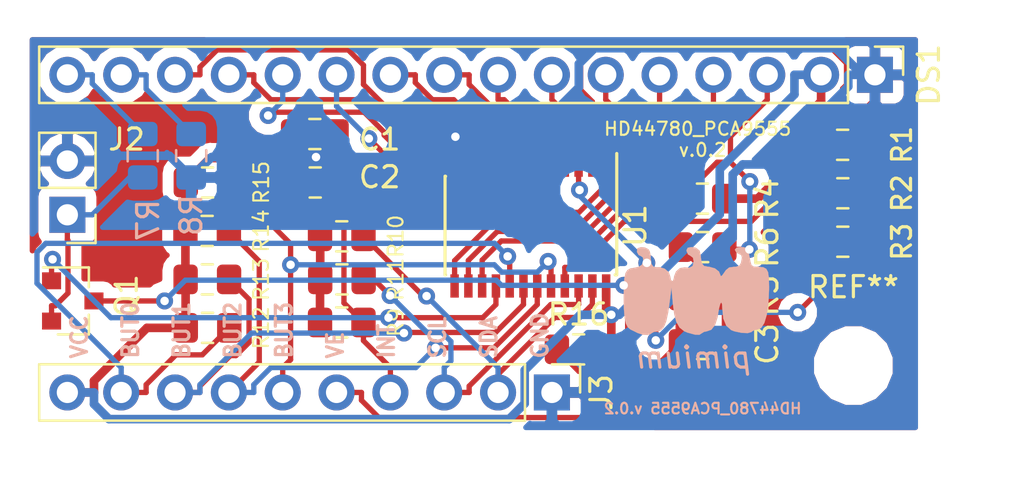
<source format=kicad_pcb>
(kicad_pcb (version 20171130) (host pcbnew 5.0.2-bee76a0~70~ubuntu16.04.1)

  (general
    (thickness 1.6)
    (drawings 3)
    (tracks 350)
    (zones 0)
    (modules 26)
    (nets 31)
  )

  (page A4)
  (layers
    (0 F.Cu signal)
    (31 B.Cu signal)
    (32 B.Adhes user)
    (33 F.Adhes user)
    (34 B.Paste user)
    (35 F.Paste user)
    (36 B.SilkS user)
    (37 F.SilkS user)
    (38 B.Mask user)
    (39 F.Mask user)
    (40 Dwgs.User user)
    (41 Cmts.User user)
    (42 Eco1.User user)
    (43 Eco2.User user)
    (44 Edge.Cuts user)
    (45 Margin user)
    (46 B.CrtYd user)
    (47 F.CrtYd user)
    (48 B.Fab user)
    (49 F.Fab user)
  )

  (setup
    (last_trace_width 0.25)
    (trace_clearance 0.2)
    (zone_clearance 0.508)
    (zone_45_only no)
    (trace_min 0.2)
    (segment_width 0.2)
    (edge_width 0.15)
    (via_size 0.8)
    (via_drill 0.4)
    (via_min_size 0.4)
    (via_min_drill 0.3)
    (uvia_size 0.3)
    (uvia_drill 0.1)
    (uvias_allowed no)
    (uvia_min_size 0.2)
    (uvia_min_drill 0.1)
    (pcb_text_width 0.3)
    (pcb_text_size 1.5 1.5)
    (mod_edge_width 0.15)
    (mod_text_size 1 1)
    (mod_text_width 0.15)
    (pad_size 1.524 1.524)
    (pad_drill 0.762)
    (pad_to_mask_clearance 0.051)
    (solder_mask_min_width 0.25)
    (aux_axis_origin 0 0)
    (visible_elements FFFFFF7F)
    (pcbplotparams
      (layerselection 0x010fc_ffffffff)
      (usegerberextensions false)
      (usegerberattributes false)
      (usegerberadvancedattributes false)
      (creategerberjobfile false)
      (excludeedgelayer true)
      (linewidth 0.100000)
      (plotframeref false)
      (viasonmask false)
      (mode 1)
      (useauxorigin false)
      (hpglpennumber 1)
      (hpglpenspeed 20)
      (hpglpendiameter 15.000000)
      (psnegative false)
      (psa4output false)
      (plotreference true)
      (plotvalue true)
      (plotinvisibletext false)
      (padsonsilk false)
      (subtractmaskfromsilk false)
      (outputformat 1)
      (mirror false)
      (drillshape 1)
      (scaleselection 1)
      (outputdirectory ""))
  )

  (net 0 "")
  (net 1 VCC)
  (net 2 GND)
  (net 3 /VE)
  (net 4 /RW)
  (net 5 /EN)
  (net 6 /D4)
  (net 7 /D5)
  (net 8 /D6)
  (net 9 /D7)
  (net 10 "Net-(DS1-Pad15)")
  (net 11 "Net-(DS1-Pad16)")
  (net 12 /BG)
  (net 13 "Net-(C3-Pad2)")
  (net 14 /RS)
  (net 15 /BL+)
  (net 16 "Net-(Q1-Pad3)")
  (net 17 /D0)
  (net 18 /D1)
  (net 19 /D2)
  (net 20 /D3)
  (net 21 /SCL)
  (net 22 /SDA)
  (net 23 /INT)
  (net 24 /BUT2)
  (net 25 "Net-(R3-Pad2)")
  (net 26 /BUT0)
  (net 27 /BUT1)
  (net 28 "Net-(R1-Pad2)")
  (net 29 "Net-(R2-Pad2)")
  (net 30 /BUT3)

  (net_class Default "This is the default net class."
    (clearance 0.2)
    (trace_width 0.25)
    (via_dia 0.8)
    (via_drill 0.4)
    (uvia_dia 0.3)
    (uvia_drill 0.1)
    (add_net /BG)
    (add_net /BL+)
    (add_net /BUT0)
    (add_net /BUT1)
    (add_net /BUT2)
    (add_net /BUT3)
    (add_net /D0)
    (add_net /D1)
    (add_net /D2)
    (add_net /D3)
    (add_net /D4)
    (add_net /D5)
    (add_net /D6)
    (add_net /D7)
    (add_net /EN)
    (add_net /INT)
    (add_net /RS)
    (add_net /RW)
    (add_net /SCL)
    (add_net /SDA)
    (add_net /VE)
    (add_net "Net-(C3-Pad2)")
    (add_net "Net-(DS1-Pad15)")
    (add_net "Net-(DS1-Pad16)")
    (add_net "Net-(Q1-Pad3)")
    (add_net "Net-(R1-Pad2)")
    (add_net "Net-(R2-Pad2)")
    (add_net "Net-(R3-Pad2)")
  )

  (net_class pwr ""
    (clearance 0.2032)
    (trace_width 0.4064)
    (via_dia 0.8)
    (via_drill 0.4)
    (uvia_dia 0.3)
    (uvia_drill 0.1)
    (add_net GND)
    (add_net VCC)
  )

  (module MountingHole:MountingHole_2.7mm (layer F.Cu) (tedit 56D1B4CB) (tstamp 615B6D1D)
    (at 130.556 43.18)
    (descr "Mounting Hole 2.7mm, no annular")
    (tags "mounting hole 2.7mm no annular")
    (attr virtual)
    (fp_text reference REF** (at 0 -3.7) (layer F.SilkS)
      (effects (font (size 1 1) (thickness 0.15)))
    )
    (fp_text value MountingHole_2.7mm (at 0 3.7) (layer F.Fab)
      (effects (font (size 1 1) (thickness 0.15)))
    )
    (fp_circle (center 0 0) (end 2.95 0) (layer F.CrtYd) (width 0.05))
    (fp_circle (center 0 0) (end 2.7 0) (layer Cmts.User) (width 0.15))
    (fp_text user %R (at 0.3 0) (layer F.Fab)
      (effects (font (size 1 1) (thickness 0.15)))
    )
    (pad 1 np_thru_hole circle (at 0 0) (size 2.7 2.7) (drill 2.7) (layers *.Cu *.Mask))
  )

  (module custom_logo:pimium_paprika_7mm (layer B.Cu) (tedit 5EB677DD) (tstamp 5F56EE49)
    (at 123.19 40.894 180)
    (fp_text reference G*** (at 0 0 180) (layer B.SilkS) hide
      (effects (font (size 1.524 1.524) (thickness 0.3)) (justify mirror))
    )
    (fp_text value LOGO (at 0.75 0 180) (layer B.SilkS) hide
      (effects (font (size 1.524 1.524) (thickness 0.3)) (justify mirror))
    )
    (fp_text user pimium (at 0.1524 -1.905 180) (layer B.SilkS)
      (effects (font (size 1 1) (thickness 0.15) italic) (justify mirror))
    )
    (fp_poly (pts (xy 0.447867 3.272093) (xy 0.50658 3.160483) (xy 0.508 3.124741) (xy 0.43541 2.955714)
      (xy 0.338667 2.903199) (xy 0.202379 2.800186) (xy 0.169334 2.623851) (xy 0.214497 2.417256)
      (xy 0.36261 2.329866) (xy 0.608869 2.34495) (xy 0.821412 2.309366) (xy 0.998773 2.15195)
      (xy 1.094688 1.91984) (xy 1.100667 1.843828) (xy 1.140052 1.716824) (xy 1.185334 1.693334)
      (xy 1.249194 1.76573) (xy 1.27 1.903049) (xy 1.345173 2.115586) (xy 1.533043 2.280468)
      (xy 1.777135 2.35744) (xy 1.898676 2.351154) (xy 2.06249 2.367133) (xy 2.158733 2.504403)
      (xy 2.19798 2.781615) (xy 2.200177 2.882901) (xy 2.23879 3.088179) (xy 2.302934 3.200401)
      (xy 2.460975 3.280394) (xy 2.658473 3.29799) (xy 2.810101 3.249223) (xy 2.831611 3.224974)
      (xy 2.846572 3.074396) (xy 2.766854 2.930351) (xy 2.657942 2.878667) (xy 2.563819 2.812311)
      (xy 2.547293 2.65487) (xy 2.614526 2.46879) (xy 2.617093 2.46469) (xy 2.747392 2.376853)
      (xy 2.960274 2.325984) (xy 2.970489 2.325107) (xy 3.160018 2.293539) (xy 3.295276 2.217029)
      (xy 3.385088 2.071043) (xy 3.43828 1.831047) (xy 3.463679 1.472506) (xy 3.470109 0.970887)
      (xy 3.470085 0.936318) (xy 3.460248 0.389143) (xy 3.428765 -0.012913) (xy 3.370469 -0.293259)
      (xy 3.280193 -0.475306) (xy 3.15277 -0.582463) (xy 3.132667 -0.592363) (xy 2.957141 -0.677517)
      (xy 2.816316 -0.74884) (xy 2.582931 -0.826699) (xy 2.350225 -0.841038) (xy 2.185447 -0.790511)
      (xy 2.159 -0.762) (xy 2.042179 -0.696228) (xy 1.901955 -0.677333) (xy 1.721198 -0.629861)
      (xy 1.578224 -0.475937) (xy 1.464983 -0.198296) (xy 1.373428 0.220328) (xy 1.323293 0.563957)
      (xy 1.216842 1.397) (xy 1.155281 0.677334) (xy 1.089456 0.153755) (xy 0.986976 -0.227344)
      (xy 0.835543 -0.491053) (xy 0.622861 -0.662465) (xy 0.465667 -0.729794) (xy 0.118011 -0.825765)
      (xy -0.103681 -0.833013) (xy -0.211666 -0.762) (xy -0.331086 -0.690874) (xy -0.42833 -0.677333)
      (xy -0.660677 -0.59793) (xy -0.840563 -0.370848) (xy -0.95622 -0.012781) (xy -0.973905 0.096622)
      (xy -1.028753 0.424201) (xy -1.084526 0.627604) (xy -1.133765 0.696021) (xy -1.169015 0.618638)
      (xy -1.182759 0.399448) (xy -1.229912 -0.071297) (xy -1.367899 -0.40568) (xy -1.601849 -0.61338)
      (xy -1.75007 -0.671014) (xy -2.099441 -0.743461) (xy -2.381026 -0.754962) (xy -2.55589 -0.705221)
      (xy -2.582333 -0.677333) (xy -2.699903 -0.610036) (xy -2.827023 -0.592666) (xy -3.01376 -0.511133)
      (xy -3.165624 -0.272872) (xy -3.27999 0.112611) (xy -3.354233 0.63581) (xy -3.385728 1.287218)
      (xy -3.386666 1.433957) (xy -3.377444 1.845051) (xy -3.339217 2.115791) (xy -3.256152 2.274643)
      (xy -3.112412 2.350072) (xy -2.892161 2.370546) (xy -2.86557 2.370667) (xy -2.655399 2.383844)
      (xy -2.553854 2.456562) (xy -2.50269 2.638606) (xy -2.49411 2.688167) (xy -2.435953 3.003426)
      (xy -2.377642 3.186783) (xy -2.294472 3.273879) (xy -2.161737 3.300356) (xy -2.068628 3.302)
      (xy -1.856613 3.276028) (xy -1.779633 3.189619) (xy -1.778 3.167074) (xy -1.849079 3.038766)
      (xy -1.947333 2.987866) (xy -2.074785 2.925457) (xy -2.109805 2.800559) (xy -2.0649 2.567148)
      (xy -2.063302 2.561167) (xy -1.986861 2.424997) (xy -1.822333 2.374077) (xy -1.724547 2.370667)
      (xy -1.503935 2.338775) (xy -1.348751 2.213045) (xy -1.269072 2.0955) (xy -1.163347 1.950928)
      (xy -1.105595 1.930293) (xy -1.100983 1.955378) (xy -1.024651 2.146687) (xy -0.831764 2.297423)
      (xy -0.575085 2.369105) (xy -0.531558 2.370667) (xy -0.321893 2.410009) (xy -0.208495 2.547638)
      (xy -0.169976 2.812955) (xy -0.169333 2.868659) (xy -0.11159 3.130395) (xy 0.064818 3.27191)
      (xy 0.270934 3.302) (xy 0.447867 3.272093)) (layer B.SilkS) (width 0.01))
    (fp_line (start -3.6322 3.3528) (end 3.3274 3.3528) (layer B.Fab) (width 0.05))
    (fp_line (start 3.3274 3.3528) (end 3.6576 3.3528) (layer B.Fab) (width 0.05))
    (fp_line (start 3.6576 3.3528) (end 3.6576 -3.5052) (layer B.Fab) (width 0.05))
    (fp_line (start 3.6576 -3.5052) (end -3.3782 -3.5052) (layer B.Fab) (width 0.05))
    (fp_line (start -3.3782 -3.5052) (end -3.6322 -3.5052) (layer B.Fab) (width 0.05))
    (fp_line (start -3.6322 -3.5052) (end -3.6322 3.3528) (layer B.Fab) (width 0.05))
  )

  (module Capacitor_SMD:C_0805_2012Metric_Pad1.15x1.40mm_HandSolder (layer F.Cu) (tedit 5B36C52B) (tstamp 615AFD82)
    (at 105.147 32.258)
    (descr "Capacitor SMD 0805 (2012 Metric), square (rectangular) end terminal, IPC_7351 nominal with elongated pad for handsoldering. (Body size source: https://docs.google.com/spreadsheets/d/1BsfQQcO9C6DZCsRaXUlFlo91Tg2WpOkGARC1WS5S8t0/edit?usp=sharing), generated with kicad-footprint-generator")
    (tags "capacitor handsolder")
    (path /5F98B1B2)
    (attr smd)
    (fp_text reference C1 (at 3.057 0.254) (layer F.SilkS)
      (effects (font (size 1 1) (thickness 0.15)))
    )
    (fp_text value 10u (at 0 1.65) (layer F.Fab)
      (effects (font (size 1 1) (thickness 0.15)))
    )
    (fp_text user %R (at 0 0) (layer F.Fab)
      (effects (font (size 0.5 0.5) (thickness 0.08)))
    )
    (fp_line (start 1.85 0.95) (end -1.85 0.95) (layer F.CrtYd) (width 0.05))
    (fp_line (start 1.85 -0.95) (end 1.85 0.95) (layer F.CrtYd) (width 0.05))
    (fp_line (start -1.85 -0.95) (end 1.85 -0.95) (layer F.CrtYd) (width 0.05))
    (fp_line (start -1.85 0.95) (end -1.85 -0.95) (layer F.CrtYd) (width 0.05))
    (fp_line (start -0.261252 0.71) (end 0.261252 0.71) (layer F.SilkS) (width 0.12))
    (fp_line (start -0.261252 -0.71) (end 0.261252 -0.71) (layer F.SilkS) (width 0.12))
    (fp_line (start 1 0.6) (end -1 0.6) (layer F.Fab) (width 0.1))
    (fp_line (start 1 -0.6) (end 1 0.6) (layer F.Fab) (width 0.1))
    (fp_line (start -1 -0.6) (end 1 -0.6) (layer F.Fab) (width 0.1))
    (fp_line (start -1 0.6) (end -1 -0.6) (layer F.Fab) (width 0.1))
    (pad 2 smd roundrect (at 1.025 0) (size 1.15 1.4) (layers F.Cu F.Paste F.Mask) (roundrect_rratio 0.217391)
      (net 2 GND))
    (pad 1 smd roundrect (at -1.025 0) (size 1.15 1.4) (layers F.Cu F.Paste F.Mask) (roundrect_rratio 0.217391)
      (net 1 VCC))
    (model ${KISYS3DMOD}/Capacitor_SMD.3dshapes/C_0805_2012Metric.wrl
      (at (xyz 0 0 0))
      (scale (xyz 1 1 1))
      (rotate (xyz 0 0 0))
    )
  )

  (module Capacitor_SMD:C_0805_2012Metric_Pad1.15x1.40mm_HandSolder (layer F.Cu) (tedit 5B36C52B) (tstamp 615AFD93)
    (at 105.165 34.544)
    (descr "Capacitor SMD 0805 (2012 Metric), square (rectangular) end terminal, IPC_7351 nominal with elongated pad for handsoldering. (Body size source: https://docs.google.com/spreadsheets/d/1BsfQQcO9C6DZCsRaXUlFlo91Tg2WpOkGARC1WS5S8t0/edit?usp=sharing), generated with kicad-footprint-generator")
    (tags "capacitor handsolder")
    (path /5EE917D5)
    (attr smd)
    (fp_text reference C2 (at 3.039 -0.254) (layer F.SilkS)
      (effects (font (size 1 1) (thickness 0.15)))
    )
    (fp_text value 100n (at 0 1.65) (layer F.Fab)
      (effects (font (size 1 1) (thickness 0.15)))
    )
    (fp_line (start -1 0.6) (end -1 -0.6) (layer F.Fab) (width 0.1))
    (fp_line (start -1 -0.6) (end 1 -0.6) (layer F.Fab) (width 0.1))
    (fp_line (start 1 -0.6) (end 1 0.6) (layer F.Fab) (width 0.1))
    (fp_line (start 1 0.6) (end -1 0.6) (layer F.Fab) (width 0.1))
    (fp_line (start -0.261252 -0.71) (end 0.261252 -0.71) (layer F.SilkS) (width 0.12))
    (fp_line (start -0.261252 0.71) (end 0.261252 0.71) (layer F.SilkS) (width 0.12))
    (fp_line (start -1.85 0.95) (end -1.85 -0.95) (layer F.CrtYd) (width 0.05))
    (fp_line (start -1.85 -0.95) (end 1.85 -0.95) (layer F.CrtYd) (width 0.05))
    (fp_line (start 1.85 -0.95) (end 1.85 0.95) (layer F.CrtYd) (width 0.05))
    (fp_line (start 1.85 0.95) (end -1.85 0.95) (layer F.CrtYd) (width 0.05))
    (fp_text user %R (at 0 0) (layer F.Fab)
      (effects (font (size 0.5 0.5) (thickness 0.08)))
    )
    (pad 1 smd roundrect (at -1.025 0) (size 1.15 1.4) (layers F.Cu F.Paste F.Mask) (roundrect_rratio 0.217391)
      (net 1 VCC))
    (pad 2 smd roundrect (at 1.025 0) (size 1.15 1.4) (layers F.Cu F.Paste F.Mask) (roundrect_rratio 0.217391)
      (net 2 GND))
    (model ${KISYS3DMOD}/Capacitor_SMD.3dshapes/C_0805_2012Metric.wrl
      (at (xyz 0 0 0))
      (scale (xyz 1 1 1))
      (rotate (xyz 0 0 0))
    )
  )

  (module Capacitor_SMD:C_0805_2012Metric_Pad1.15x1.40mm_HandSolder (layer F.Cu) (tedit 61A1DB97) (tstamp 615AFDA4)
    (at 123.444 42.164)
    (descr "Capacitor SMD 0805 (2012 Metric), square (rectangular) end terminal, IPC_7351 nominal with elongated pad for handsoldering. (Body size source: https://docs.google.com/spreadsheets/d/1BsfQQcO9C6DZCsRaXUlFlo91Tg2WpOkGARC1WS5S8t0/edit?usp=sharing), generated with kicad-footprint-generator")
    (tags "capacitor handsolder")
    (path /5F56BFF2)
    (attr smd)
    (fp_text reference C3 (at 3.048 0 90) (layer F.SilkS)
      (effects (font (size 1 1) (thickness 0.15)))
    )
    (fp_text value 100n (at 0 1.65) (layer F.Fab)
      (effects (font (size 1 1) (thickness 0.15)))
    )
    (fp_line (start -1 0.6) (end -1 -0.6) (layer F.Fab) (width 0.1))
    (fp_line (start -1 -0.6) (end 1 -0.6) (layer F.Fab) (width 0.1))
    (fp_line (start 1 -0.6) (end 1 0.6) (layer F.Fab) (width 0.1))
    (fp_line (start 1 0.6) (end -1 0.6) (layer F.Fab) (width 0.1))
    (fp_line (start -0.261252 -0.71) (end 0.261252 -0.71) (layer F.SilkS) (width 0.12))
    (fp_line (start -0.261252 0.71) (end 0.261252 0.71) (layer F.SilkS) (width 0.12))
    (fp_line (start -1.85 0.95) (end -1.85 -0.95) (layer F.CrtYd) (width 0.05))
    (fp_line (start -1.85 -0.95) (end 1.85 -0.95) (layer F.CrtYd) (width 0.05))
    (fp_line (start 1.85 -0.95) (end 1.85 0.95) (layer F.CrtYd) (width 0.05))
    (fp_line (start 1.85 0.95) (end -1.85 0.95) (layer F.CrtYd) (width 0.05))
    (fp_text user %R (at 0 0) (layer F.Fab)
      (effects (font (size 0.5 0.5) (thickness 0.08)))
    )
    (pad 1 smd roundrect (at -1.025 0) (size 1.15 1.4) (layers F.Cu F.Paste F.Mask) (roundrect_rratio 0.217391)
      (net 2 GND))
    (pad 2 smd roundrect (at 1.025 0) (size 1.15 1.4) (layers F.Cu F.Paste F.Mask) (roundrect_rratio 0.217391)
      (net 13 "Net-(C3-Pad2)"))
    (model ${KISYS3DMOD}/Capacitor_SMD.3dshapes/C_0805_2012Metric.wrl
      (at (xyz 0 0 0))
      (scale (xyz 1 1 1))
      (rotate (xyz 0 0 0))
    )
  )

  (module Connector_PinHeader_2.54mm:PinHeader_1x16_P2.54mm_Vertical (layer F.Cu) (tedit 59FED5CC) (tstamp 615AFDC8)
    (at 131.572 29.464 270)
    (descr "Through hole straight pin header, 1x16, 2.54mm pitch, single row")
    (tags "Through hole pin header THT 1x16 2.54mm single row")
    (path /5F569AB0)
    (fp_text reference DS1 (at 0 -2.54 270) (layer F.SilkS)
      (effects (font (size 1 1) (thickness 0.15)))
    )
    (fp_text value HD44780 (at 0 40.43 270) (layer F.Fab)
      (effects (font (size 1 1) (thickness 0.15)))
    )
    (fp_line (start -0.635 -1.27) (end 1.27 -1.27) (layer F.Fab) (width 0.1))
    (fp_line (start 1.27 -1.27) (end 1.27 39.37) (layer F.Fab) (width 0.1))
    (fp_line (start 1.27 39.37) (end -1.27 39.37) (layer F.Fab) (width 0.1))
    (fp_line (start -1.27 39.37) (end -1.27 -0.635) (layer F.Fab) (width 0.1))
    (fp_line (start -1.27 -0.635) (end -0.635 -1.27) (layer F.Fab) (width 0.1))
    (fp_line (start -1.33 39.43) (end 1.33 39.43) (layer F.SilkS) (width 0.12))
    (fp_line (start -1.33 1.27) (end -1.33 39.43) (layer F.SilkS) (width 0.12))
    (fp_line (start 1.33 1.27) (end 1.33 39.43) (layer F.SilkS) (width 0.12))
    (fp_line (start -1.33 1.27) (end 1.33 1.27) (layer F.SilkS) (width 0.12))
    (fp_line (start -1.33 0) (end -1.33 -1.33) (layer F.SilkS) (width 0.12))
    (fp_line (start -1.33 -1.33) (end 0 -1.33) (layer F.SilkS) (width 0.12))
    (fp_line (start -1.8 -1.8) (end -1.8 39.9) (layer F.CrtYd) (width 0.05))
    (fp_line (start -1.8 39.9) (end 1.8 39.9) (layer F.CrtYd) (width 0.05))
    (fp_line (start 1.8 39.9) (end 1.8 -1.8) (layer F.CrtYd) (width 0.05))
    (fp_line (start 1.8 -1.8) (end -1.8 -1.8) (layer F.CrtYd) (width 0.05))
    (fp_text user %R (at 0 19.05) (layer F.Fab)
      (effects (font (size 1 1) (thickness 0.15)))
    )
    (pad 1 thru_hole rect (at 0 0 270) (size 1.7 1.7) (drill 1) (layers *.Cu *.Mask)
      (net 2 GND))
    (pad 2 thru_hole oval (at 0 2.54 270) (size 1.7 1.7) (drill 1) (layers *.Cu *.Mask)
      (net 1 VCC))
    (pad 3 thru_hole oval (at 0 5.08 270) (size 1.7 1.7) (drill 1) (layers *.Cu *.Mask)
      (net 13 "Net-(C3-Pad2)"))
    (pad 4 thru_hole oval (at 0 7.62 270) (size 1.7 1.7) (drill 1) (layers *.Cu *.Mask)
      (net 14 /RS))
    (pad 5 thru_hole oval (at 0 10.16 270) (size 1.7 1.7) (drill 1) (layers *.Cu *.Mask)
      (net 4 /RW))
    (pad 6 thru_hole oval (at 0 12.7 270) (size 1.7 1.7) (drill 1) (layers *.Cu *.Mask)
      (net 5 /EN))
    (pad 7 thru_hole oval (at 0 15.24 270) (size 1.7 1.7) (drill 1) (layers *.Cu *.Mask)
      (net 17 /D0))
    (pad 8 thru_hole oval (at 0 17.78 270) (size 1.7 1.7) (drill 1) (layers *.Cu *.Mask)
      (net 18 /D1))
    (pad 9 thru_hole oval (at 0 20.32 270) (size 1.7 1.7) (drill 1) (layers *.Cu *.Mask)
      (net 19 /D2))
    (pad 10 thru_hole oval (at 0 22.86 270) (size 1.7 1.7) (drill 1) (layers *.Cu *.Mask)
      (net 20 /D3))
    (pad 11 thru_hole oval (at 0 25.4 270) (size 1.7 1.7) (drill 1) (layers *.Cu *.Mask)
      (net 6 /D4))
    (pad 12 thru_hole oval (at 0 27.94 270) (size 1.7 1.7) (drill 1) (layers *.Cu *.Mask)
      (net 7 /D5))
    (pad 13 thru_hole oval (at 0 30.48 270) (size 1.7 1.7) (drill 1) (layers *.Cu *.Mask)
      (net 8 /D6))
    (pad 14 thru_hole oval (at 0 33.02 270) (size 1.7 1.7) (drill 1) (layers *.Cu *.Mask)
      (net 9 /D7))
    (pad 15 thru_hole oval (at 0 35.56 270) (size 1.7 1.7) (drill 1) (layers *.Cu *.Mask)
      (net 10 "Net-(DS1-Pad15)"))
    (pad 16 thru_hole oval (at 0 38.1 270) (size 1.7 1.7) (drill 1) (layers *.Cu *.Mask)
      (net 11 "Net-(DS1-Pad16)"))
    (model ${KISYS3DMOD}/Connector_PinHeader_2.54mm.3dshapes/PinHeader_1x16_P2.54mm_Vertical.wrl
      (at (xyz 0 0 0))
      (scale (xyz 1 1 1))
      (rotate (xyz 0 0 0))
    )
  )

  (module Connector_PinHeader_2.54mm:PinHeader_1x02_P2.54mm_Vertical (layer F.Cu) (tedit 59FED5CC) (tstamp 615AFDDE)
    (at 93.472 36.068 180)
    (descr "Through hole straight pin header, 1x02, 2.54mm pitch, single row")
    (tags "Through hole pin header THT 1x02 2.54mm single row")
    (path /5F97D1C7)
    (fp_text reference J2 (at -2.794 3.556 180) (layer F.SilkS)
      (effects (font (size 1 1) (thickness 0.15)))
    )
    (fp_text value BL (at 0 4.87 180) (layer F.Fab)
      (effects (font (size 1 1) (thickness 0.15)))
    )
    (fp_line (start -0.635 -1.27) (end 1.27 -1.27) (layer F.Fab) (width 0.1))
    (fp_line (start 1.27 -1.27) (end 1.27 3.81) (layer F.Fab) (width 0.1))
    (fp_line (start 1.27 3.81) (end -1.27 3.81) (layer F.Fab) (width 0.1))
    (fp_line (start -1.27 3.81) (end -1.27 -0.635) (layer F.Fab) (width 0.1))
    (fp_line (start -1.27 -0.635) (end -0.635 -1.27) (layer F.Fab) (width 0.1))
    (fp_line (start -1.33 3.87) (end 1.33 3.87) (layer F.SilkS) (width 0.12))
    (fp_line (start -1.33 1.27) (end -1.33 3.87) (layer F.SilkS) (width 0.12))
    (fp_line (start 1.33 1.27) (end 1.33 3.87) (layer F.SilkS) (width 0.12))
    (fp_line (start -1.33 1.27) (end 1.33 1.27) (layer F.SilkS) (width 0.12))
    (fp_line (start -1.33 0) (end -1.33 -1.33) (layer F.SilkS) (width 0.12))
    (fp_line (start -1.33 -1.33) (end 0 -1.33) (layer F.SilkS) (width 0.12))
    (fp_line (start -1.8 -1.8) (end -1.8 4.35) (layer F.CrtYd) (width 0.05))
    (fp_line (start -1.8 4.35) (end 1.8 4.35) (layer F.CrtYd) (width 0.05))
    (fp_line (start 1.8 4.35) (end 1.8 -1.8) (layer F.CrtYd) (width 0.05))
    (fp_line (start 1.8 -1.8) (end -1.8 -1.8) (layer F.CrtYd) (width 0.05))
    (fp_text user %R (at 0 1.27 270) (layer F.Fab)
      (effects (font (size 1 1) (thickness 0.15)))
    )
    (pad 1 thru_hole rect (at 0 0 180) (size 1.7 1.7) (drill 1) (layers *.Cu *.Mask)
      (net 15 /BL+))
    (pad 2 thru_hole oval (at 0 2.54 180) (size 1.7 1.7) (drill 1) (layers *.Cu *.Mask)
      (net 2 GND))
    (model ${KISYS3DMOD}/Connector_PinHeader_2.54mm.3dshapes/PinHeader_1x02_P2.54mm_Vertical.wrl
      (at (xyz 0 0 0))
      (scale (xyz 1 1 1))
      (rotate (xyz 0 0 0))
    )
  )

  (module Package_TO_SOT_SMD:SOT-23 (layer F.Cu) (tedit 5A02FF57) (tstamp 615AFE0F)
    (at 93.726 40.132)
    (descr "SOT-23, Standard")
    (tags SOT-23)
    (path /5F080DDE)
    (attr smd)
    (fp_text reference Q1 (at 2.54 -0.254 90) (layer F.SilkS)
      (effects (font (size 1 1) (thickness 0.15)))
    )
    (fp_text value 2N7002 (at 0 2.5) (layer F.Fab)
      (effects (font (size 1 1) (thickness 0.15)))
    )
    (fp_text user %R (at 0 0 90) (layer F.Fab)
      (effects (font (size 0.5 0.5) (thickness 0.075)))
    )
    (fp_line (start -0.7 -0.95) (end -0.7 1.5) (layer F.Fab) (width 0.1))
    (fp_line (start -0.15 -1.52) (end 0.7 -1.52) (layer F.Fab) (width 0.1))
    (fp_line (start -0.7 -0.95) (end -0.15 -1.52) (layer F.Fab) (width 0.1))
    (fp_line (start 0.7 -1.52) (end 0.7 1.52) (layer F.Fab) (width 0.1))
    (fp_line (start -0.7 1.52) (end 0.7 1.52) (layer F.Fab) (width 0.1))
    (fp_line (start 0.76 1.58) (end 0.76 0.65) (layer F.SilkS) (width 0.12))
    (fp_line (start 0.76 -1.58) (end 0.76 -0.65) (layer F.SilkS) (width 0.12))
    (fp_line (start -1.7 -1.75) (end 1.7 -1.75) (layer F.CrtYd) (width 0.05))
    (fp_line (start 1.7 -1.75) (end 1.7 1.75) (layer F.CrtYd) (width 0.05))
    (fp_line (start 1.7 1.75) (end -1.7 1.75) (layer F.CrtYd) (width 0.05))
    (fp_line (start -1.7 1.75) (end -1.7 -1.75) (layer F.CrtYd) (width 0.05))
    (fp_line (start 0.76 -1.58) (end -1.4 -1.58) (layer F.SilkS) (width 0.12))
    (fp_line (start 0.76 1.58) (end -0.7 1.58) (layer F.SilkS) (width 0.12))
    (pad 1 smd rect (at -1 -0.95) (size 0.9 0.8) (layers F.Cu F.Paste F.Mask)
      (net 12 /BG))
    (pad 2 smd rect (at -1 0.95) (size 0.9 0.8) (layers F.Cu F.Paste F.Mask)
      (net 15 /BL+))
    (pad 3 smd rect (at 1 0) (size 0.9 0.8) (layers F.Cu F.Paste F.Mask)
      (net 16 "Net-(Q1-Pad3)"))
    (model ${KISYS3DMOD}/Package_TO_SOT_SMD.3dshapes/SOT-23.wrl
      (at (xyz 0 0 0))
      (scale (xyz 1 1 1))
      (rotate (xyz 0 0 0))
    )
  )

  (module Resistor_SMD:R_0805_2012Metric_Pad1.15x1.40mm_HandSolder (layer F.Cu) (tedit 61A1DB69) (tstamp 615AFE20)
    (at 130.048 32.766 180)
    (descr "Resistor SMD 0805 (2012 Metric), square (rectangular) end terminal, IPC_7351 nominal with elongated pad for handsoldering. (Body size source: https://docs.google.com/spreadsheets/d/1BsfQQcO9C6DZCsRaXUlFlo91Tg2WpOkGARC1WS5S8t0/edit?usp=sharing), generated with kicad-footprint-generator")
    (tags "resistor handsolder")
    (path /615E3CE5)
    (attr smd)
    (fp_text reference R1 (at -2.794 0 270) (layer F.SilkS)
      (effects (font (size 0.9 0.9) (thickness 0.15)))
    )
    (fp_text value 0 (at 0 1.65 180) (layer F.Fab)
      (effects (font (size 1 1) (thickness 0.15)))
    )
    (fp_text user %R (at 0 0 180) (layer F.Fab)
      (effects (font (size 0.5 0.5) (thickness 0.08)))
    )
    (fp_line (start 1.85 0.95) (end -1.85 0.95) (layer F.CrtYd) (width 0.05))
    (fp_line (start 1.85 -0.95) (end 1.85 0.95) (layer F.CrtYd) (width 0.05))
    (fp_line (start -1.85 -0.95) (end 1.85 -0.95) (layer F.CrtYd) (width 0.05))
    (fp_line (start -1.85 0.95) (end -1.85 -0.95) (layer F.CrtYd) (width 0.05))
    (fp_line (start -0.261252 0.71) (end 0.261252 0.71) (layer F.SilkS) (width 0.12))
    (fp_line (start -0.261252 -0.71) (end 0.261252 -0.71) (layer F.SilkS) (width 0.12))
    (fp_line (start 1 0.6) (end -1 0.6) (layer F.Fab) (width 0.1))
    (fp_line (start 1 -0.6) (end 1 0.6) (layer F.Fab) (width 0.1))
    (fp_line (start -1 -0.6) (end 1 -0.6) (layer F.Fab) (width 0.1))
    (fp_line (start -1 0.6) (end -1 -0.6) (layer F.Fab) (width 0.1))
    (pad 2 smd roundrect (at 1.025 0 180) (size 1.15 1.4) (layers F.Cu F.Paste F.Mask) (roundrect_rratio 0.217391)
      (net 28 "Net-(R1-Pad2)"))
    (pad 1 smd roundrect (at -1.025 0 180) (size 1.15 1.4) (layers F.Cu F.Paste F.Mask) (roundrect_rratio 0.217391)
      (net 2 GND))
    (model ${KISYS3DMOD}/Resistor_SMD.3dshapes/R_0805_2012Metric.wrl
      (at (xyz 0 0 0))
      (scale (xyz 1 1 1))
      (rotate (xyz 0 0 0))
    )
  )

  (module Resistor_SMD:R_0805_2012Metric_Pad1.15x1.40mm_HandSolder (layer F.Cu) (tedit 61A1DB5C) (tstamp 615AFE31)
    (at 130.057 35.052 180)
    (descr "Resistor SMD 0805 (2012 Metric), square (rectangular) end terminal, IPC_7351 nominal with elongated pad for handsoldering. (Body size source: https://docs.google.com/spreadsheets/d/1BsfQQcO9C6DZCsRaXUlFlo91Tg2WpOkGARC1WS5S8t0/edit?usp=sharing), generated with kicad-footprint-generator")
    (tags "resistor handsolder")
    (path /615E3C48)
    (attr smd)
    (fp_text reference R2 (at -2.785 0 270) (layer F.SilkS)
      (effects (font (size 0.9 0.9) (thickness 0.15)))
    )
    (fp_text value 0 (at 0 1.65 180) (layer F.Fab)
      (effects (font (size 1 1) (thickness 0.15)))
    )
    (fp_line (start -1 0.6) (end -1 -0.6) (layer F.Fab) (width 0.1))
    (fp_line (start -1 -0.6) (end 1 -0.6) (layer F.Fab) (width 0.1))
    (fp_line (start 1 -0.6) (end 1 0.6) (layer F.Fab) (width 0.1))
    (fp_line (start 1 0.6) (end -1 0.6) (layer F.Fab) (width 0.1))
    (fp_line (start -0.261252 -0.71) (end 0.261252 -0.71) (layer F.SilkS) (width 0.12))
    (fp_line (start -0.261252 0.71) (end 0.261252 0.71) (layer F.SilkS) (width 0.12))
    (fp_line (start -1.85 0.95) (end -1.85 -0.95) (layer F.CrtYd) (width 0.05))
    (fp_line (start -1.85 -0.95) (end 1.85 -0.95) (layer F.CrtYd) (width 0.05))
    (fp_line (start 1.85 -0.95) (end 1.85 0.95) (layer F.CrtYd) (width 0.05))
    (fp_line (start 1.85 0.95) (end -1.85 0.95) (layer F.CrtYd) (width 0.05))
    (fp_text user %R (at 0 0 180) (layer F.Fab)
      (effects (font (size 0.5 0.5) (thickness 0.08)))
    )
    (pad 1 smd roundrect (at -1.025 0 180) (size 1.15 1.4) (layers F.Cu F.Paste F.Mask) (roundrect_rratio 0.217391)
      (net 2 GND))
    (pad 2 smd roundrect (at 1.025 0 180) (size 1.15 1.4) (layers F.Cu F.Paste F.Mask) (roundrect_rratio 0.217391)
      (net 29 "Net-(R2-Pad2)"))
    (model ${KISYS3DMOD}/Resistor_SMD.3dshapes/R_0805_2012Metric.wrl
      (at (xyz 0 0 0))
      (scale (xyz 1 1 1))
      (rotate (xyz 0 0 0))
    )
  )

  (module Resistor_SMD:R_0805_2012Metric_Pad1.15x1.40mm_HandSolder (layer F.Cu) (tedit 61A1DB73) (tstamp 615AFE42)
    (at 130.057 37.338 180)
    (descr "Resistor SMD 0805 (2012 Metric), square (rectangular) end terminal, IPC_7351 nominal with elongated pad for handsoldering. (Body size source: https://docs.google.com/spreadsheets/d/1BsfQQcO9C6DZCsRaXUlFlo91Tg2WpOkGARC1WS5S8t0/edit?usp=sharing), generated with kicad-footprint-generator")
    (tags "resistor handsolder")
    (path /615E3D2D)
    (attr smd)
    (fp_text reference R3 (at -2.785 0 270) (layer F.SilkS)
      (effects (font (size 0.9 0.9) (thickness 0.15)))
    )
    (fp_text value 0 (at 0 1.65 180) (layer F.Fab)
      (effects (font (size 1 1) (thickness 0.15)))
    )
    (fp_line (start -1 0.6) (end -1 -0.6) (layer F.Fab) (width 0.1))
    (fp_line (start -1 -0.6) (end 1 -0.6) (layer F.Fab) (width 0.1))
    (fp_line (start 1 -0.6) (end 1 0.6) (layer F.Fab) (width 0.1))
    (fp_line (start 1 0.6) (end -1 0.6) (layer F.Fab) (width 0.1))
    (fp_line (start -0.261252 -0.71) (end 0.261252 -0.71) (layer F.SilkS) (width 0.12))
    (fp_line (start -0.261252 0.71) (end 0.261252 0.71) (layer F.SilkS) (width 0.12))
    (fp_line (start -1.85 0.95) (end -1.85 -0.95) (layer F.CrtYd) (width 0.05))
    (fp_line (start -1.85 -0.95) (end 1.85 -0.95) (layer F.CrtYd) (width 0.05))
    (fp_line (start 1.85 -0.95) (end 1.85 0.95) (layer F.CrtYd) (width 0.05))
    (fp_line (start 1.85 0.95) (end -1.85 0.95) (layer F.CrtYd) (width 0.05))
    (fp_text user %R (at 0 0 180) (layer F.Fab)
      (effects (font (size 0.5 0.5) (thickness 0.08)))
    )
    (pad 1 smd roundrect (at -1.025 0 180) (size 1.15 1.4) (layers F.Cu F.Paste F.Mask) (roundrect_rratio 0.217391)
      (net 2 GND))
    (pad 2 smd roundrect (at 1.025 0 180) (size 1.15 1.4) (layers F.Cu F.Paste F.Mask) (roundrect_rratio 0.217391)
      (net 25 "Net-(R3-Pad2)"))
    (model ${KISYS3DMOD}/Resistor_SMD.3dshapes/R_0805_2012Metric.wrl
      (at (xyz 0 0 0))
      (scale (xyz 1 1 1))
      (rotate (xyz 0 0 0))
    )
  )

  (module Resistor_SMD:R_0805_2012Metric_Pad1.15x1.40mm_HandSolder (layer F.Cu) (tedit 5B36C52B) (tstamp 615AFE53)
    (at 123.435 35.306 180)
    (descr "Resistor SMD 0805 (2012 Metric), square (rectangular) end terminal, IPC_7351 nominal with elongated pad for handsoldering. (Body size source: https://docs.google.com/spreadsheets/d/1BsfQQcO9C6DZCsRaXUlFlo91Tg2WpOkGARC1WS5S8t0/edit?usp=sharing), generated with kicad-footprint-generator")
    (tags "resistor handsolder")
    (path /5F56607B)
    (attr smd)
    (fp_text reference R4 (at -3.057 0 270) (layer F.SilkS)
      (effects (font (size 1 1) (thickness 0.15)))
    )
    (fp_text value 100K (at 0 1.65 180) (layer F.Fab)
      (effects (font (size 1 1) (thickness 0.15)))
    )
    (fp_text user %R (at 0 0 180) (layer F.Fab)
      (effects (font (size 0.5 0.5) (thickness 0.08)))
    )
    (fp_line (start 1.85 0.95) (end -1.85 0.95) (layer F.CrtYd) (width 0.05))
    (fp_line (start 1.85 -0.95) (end 1.85 0.95) (layer F.CrtYd) (width 0.05))
    (fp_line (start -1.85 -0.95) (end 1.85 -0.95) (layer F.CrtYd) (width 0.05))
    (fp_line (start -1.85 0.95) (end -1.85 -0.95) (layer F.CrtYd) (width 0.05))
    (fp_line (start -0.261252 0.71) (end 0.261252 0.71) (layer F.SilkS) (width 0.12))
    (fp_line (start -0.261252 -0.71) (end 0.261252 -0.71) (layer F.SilkS) (width 0.12))
    (fp_line (start 1 0.6) (end -1 0.6) (layer F.Fab) (width 0.1))
    (fp_line (start 1 -0.6) (end 1 0.6) (layer F.Fab) (width 0.1))
    (fp_line (start -1 -0.6) (end 1 -0.6) (layer F.Fab) (width 0.1))
    (fp_line (start -1 0.6) (end -1 -0.6) (layer F.Fab) (width 0.1))
    (pad 2 smd roundrect (at 1.025 0 180) (size 1.15 1.4) (layers F.Cu F.Paste F.Mask) (roundrect_rratio 0.217391)
      (net 13 "Net-(C3-Pad2)"))
    (pad 1 smd roundrect (at -1.025 0 180) (size 1.15 1.4) (layers F.Cu F.Paste F.Mask) (roundrect_rratio 0.217391)
      (net 1 VCC))
    (model ${KISYS3DMOD}/Resistor_SMD.3dshapes/R_0805_2012Metric.wrl
      (at (xyz 0 0 0))
      (scale (xyz 1 1 1))
      (rotate (xyz 0 0 0))
    )
  )

  (module Resistor_SMD:R_0805_2012Metric_Pad1.15x1.40mm_HandSolder (layer F.Cu) (tedit 5B36C52B) (tstamp 615AFE64)
    (at 123.444 39.878)
    (descr "Resistor SMD 0805 (2012 Metric), square (rectangular) end terminal, IPC_7351 nominal with elongated pad for handsoldering. (Body size source: https://docs.google.com/spreadsheets/d/1BsfQQcO9C6DZCsRaXUlFlo91Tg2WpOkGARC1WS5S8t0/edit?usp=sharing), generated with kicad-footprint-generator")
    (tags "resistor handsolder")
    (path /5F5687C4)
    (attr smd)
    (fp_text reference R5 (at 3.048 0 90) (layer F.SilkS)
      (effects (font (size 1 1) (thickness 0.15)))
    )
    (fp_text value 4k7 (at 0 1.65) (layer F.Fab)
      (effects (font (size 1 1) (thickness 0.15)))
    )
    (fp_text user %R (at 0 0) (layer F.Fab)
      (effects (font (size 0.5 0.5) (thickness 0.08)))
    )
    (fp_line (start 1.85 0.95) (end -1.85 0.95) (layer F.CrtYd) (width 0.05))
    (fp_line (start 1.85 -0.95) (end 1.85 0.95) (layer F.CrtYd) (width 0.05))
    (fp_line (start -1.85 -0.95) (end 1.85 -0.95) (layer F.CrtYd) (width 0.05))
    (fp_line (start -1.85 0.95) (end -1.85 -0.95) (layer F.CrtYd) (width 0.05))
    (fp_line (start -0.261252 0.71) (end 0.261252 0.71) (layer F.SilkS) (width 0.12))
    (fp_line (start -0.261252 -0.71) (end 0.261252 -0.71) (layer F.SilkS) (width 0.12))
    (fp_line (start 1 0.6) (end -1 0.6) (layer F.Fab) (width 0.1))
    (fp_line (start 1 -0.6) (end 1 0.6) (layer F.Fab) (width 0.1))
    (fp_line (start -1 -0.6) (end 1 -0.6) (layer F.Fab) (width 0.1))
    (fp_line (start -1 0.6) (end -1 -0.6) (layer F.Fab) (width 0.1))
    (pad 2 smd roundrect (at 1.025 0) (size 1.15 1.4) (layers F.Cu F.Paste F.Mask) (roundrect_rratio 0.217391)
      (net 13 "Net-(C3-Pad2)"))
    (pad 1 smd roundrect (at -1.025 0) (size 1.15 1.4) (layers F.Cu F.Paste F.Mask) (roundrect_rratio 0.217391)
      (net 2 GND))
    (model ${KISYS3DMOD}/Resistor_SMD.3dshapes/R_0805_2012Metric.wrl
      (at (xyz 0 0 0))
      (scale (xyz 1 1 1))
      (rotate (xyz 0 0 0))
    )
  )

  (module Resistor_SMD:R_0805_2012Metric_Pad1.15x1.40mm_HandSolder (layer F.Cu) (tedit 5B36C52B) (tstamp 615AFE75)
    (at 123.444 37.592 180)
    (descr "Resistor SMD 0805 (2012 Metric), square (rectangular) end terminal, IPC_7351 nominal with elongated pad for handsoldering. (Body size source: https://docs.google.com/spreadsheets/d/1BsfQQcO9C6DZCsRaXUlFlo91Tg2WpOkGARC1WS5S8t0/edit?usp=sharing), generated with kicad-footprint-generator")
    (tags "resistor handsolder")
    (path /5F57ACE2)
    (attr smd)
    (fp_text reference R6 (at -3.048 0 270) (layer F.SilkS)
      (effects (font (size 1 1) (thickness 0.15)))
    )
    (fp_text value 4k7 (at 0 1.65 180) (layer F.Fab)
      (effects (font (size 1 1) (thickness 0.15)))
    )
    (fp_line (start -1 0.6) (end -1 -0.6) (layer F.Fab) (width 0.1))
    (fp_line (start -1 -0.6) (end 1 -0.6) (layer F.Fab) (width 0.1))
    (fp_line (start 1 -0.6) (end 1 0.6) (layer F.Fab) (width 0.1))
    (fp_line (start 1 0.6) (end -1 0.6) (layer F.Fab) (width 0.1))
    (fp_line (start -0.261252 -0.71) (end 0.261252 -0.71) (layer F.SilkS) (width 0.12))
    (fp_line (start -0.261252 0.71) (end 0.261252 0.71) (layer F.SilkS) (width 0.12))
    (fp_line (start -1.85 0.95) (end -1.85 -0.95) (layer F.CrtYd) (width 0.05))
    (fp_line (start -1.85 -0.95) (end 1.85 -0.95) (layer F.CrtYd) (width 0.05))
    (fp_line (start 1.85 -0.95) (end 1.85 0.95) (layer F.CrtYd) (width 0.05))
    (fp_line (start 1.85 0.95) (end -1.85 0.95) (layer F.CrtYd) (width 0.05))
    (fp_text user %R (at 0 0 180) (layer F.Fab)
      (effects (font (size 0.5 0.5) (thickness 0.08)))
    )
    (pad 1 smd roundrect (at -1.025 0 180) (size 1.15 1.4) (layers F.Cu F.Paste F.Mask) (roundrect_rratio 0.217391)
      (net 13 "Net-(C3-Pad2)"))
    (pad 2 smd roundrect (at 1.025 0 180) (size 1.15 1.4) (layers F.Cu F.Paste F.Mask) (roundrect_rratio 0.217391)
      (net 3 /VE))
    (model ${KISYS3DMOD}/Resistor_SMD.3dshapes/R_0805_2012Metric.wrl
      (at (xyz 0 0 0))
      (scale (xyz 1 1 1))
      (rotate (xyz 0 0 0))
    )
  )

  (module Resistor_SMD:R_0805_2012Metric_Pad1.15x1.40mm_HandSolder (layer B.Cu) (tedit 5B36C52B) (tstamp 615AFE86)
    (at 97.028 33.283 90)
    (descr "Resistor SMD 0805 (2012 Metric), square (rectangular) end terminal, IPC_7351 nominal with elongated pad for handsoldering. (Body size source: https://docs.google.com/spreadsheets/d/1BsfQQcO9C6DZCsRaXUlFlo91Tg2WpOkGARC1WS5S8t0/edit?usp=sharing), generated with kicad-footprint-generator")
    (tags "resistor handsolder")
    (path /5F98B7A4)
    (attr smd)
    (fp_text reference R7 (at -3.039 0.254 90) (layer B.SilkS)
      (effects (font (size 1 1) (thickness 0.15)) (justify mirror))
    )
    (fp_text value R (at 0 -1.65 90) (layer B.Fab)
      (effects (font (size 1 1) (thickness 0.15)) (justify mirror))
    )
    (fp_line (start -1 -0.6) (end -1 0.6) (layer B.Fab) (width 0.1))
    (fp_line (start -1 0.6) (end 1 0.6) (layer B.Fab) (width 0.1))
    (fp_line (start 1 0.6) (end 1 -0.6) (layer B.Fab) (width 0.1))
    (fp_line (start 1 -0.6) (end -1 -0.6) (layer B.Fab) (width 0.1))
    (fp_line (start -0.261252 0.71) (end 0.261252 0.71) (layer B.SilkS) (width 0.12))
    (fp_line (start -0.261252 -0.71) (end 0.261252 -0.71) (layer B.SilkS) (width 0.12))
    (fp_line (start -1.85 -0.95) (end -1.85 0.95) (layer B.CrtYd) (width 0.05))
    (fp_line (start -1.85 0.95) (end 1.85 0.95) (layer B.CrtYd) (width 0.05))
    (fp_line (start 1.85 0.95) (end 1.85 -0.95) (layer B.CrtYd) (width 0.05))
    (fp_line (start 1.85 -0.95) (end -1.85 -0.95) (layer B.CrtYd) (width 0.05))
    (fp_text user %R (at 0 0 90) (layer B.Fab)
      (effects (font (size 0.5 0.5) (thickness 0.08)) (justify mirror))
    )
    (pad 1 smd roundrect (at -1.025 0 90) (size 1.15 1.4) (layers B.Cu B.Paste B.Mask) (roundrect_rratio 0.217391)
      (net 15 /BL+))
    (pad 2 smd roundrect (at 1.025 0 90) (size 1.15 1.4) (layers B.Cu B.Paste B.Mask) (roundrect_rratio 0.217391)
      (net 11 "Net-(DS1-Pad16)"))
    (model ${KISYS3DMOD}/Resistor_SMD.3dshapes/R_0805_2012Metric.wrl
      (at (xyz 0 0 0))
      (scale (xyz 1 1 1))
      (rotate (xyz 0 0 0))
    )
  )

  (module Resistor_SMD:R_0805_2012Metric_Pad1.15x1.40mm_HandSolder (layer B.Cu) (tedit 5B36C52B) (tstamp 615AFE97)
    (at 99.314 33.283 90)
    (descr "Resistor SMD 0805 (2012 Metric), square (rectangular) end terminal, IPC_7351 nominal with elongated pad for handsoldering. (Body size source: https://docs.google.com/spreadsheets/d/1BsfQQcO9C6DZCsRaXUlFlo91Tg2WpOkGARC1WS5S8t0/edit?usp=sharing), generated with kicad-footprint-generator")
    (tags "resistor handsolder")
    (path /5F98B9DC)
    (attr smd)
    (fp_text reference R8 (at -2.803 0 90) (layer B.SilkS)
      (effects (font (size 1 1) (thickness 0.15)) (justify mirror))
    )
    (fp_text value R (at 0 -1.65 90) (layer B.Fab)
      (effects (font (size 1 1) (thickness 0.15)) (justify mirror))
    )
    (fp_line (start -1 -0.6) (end -1 0.6) (layer B.Fab) (width 0.1))
    (fp_line (start -1 0.6) (end 1 0.6) (layer B.Fab) (width 0.1))
    (fp_line (start 1 0.6) (end 1 -0.6) (layer B.Fab) (width 0.1))
    (fp_line (start 1 -0.6) (end -1 -0.6) (layer B.Fab) (width 0.1))
    (fp_line (start -0.261252 0.71) (end 0.261252 0.71) (layer B.SilkS) (width 0.12))
    (fp_line (start -0.261252 -0.71) (end 0.261252 -0.71) (layer B.SilkS) (width 0.12))
    (fp_line (start -1.85 -0.95) (end -1.85 0.95) (layer B.CrtYd) (width 0.05))
    (fp_line (start -1.85 0.95) (end 1.85 0.95) (layer B.CrtYd) (width 0.05))
    (fp_line (start 1.85 0.95) (end 1.85 -0.95) (layer B.CrtYd) (width 0.05))
    (fp_line (start 1.85 -0.95) (end -1.85 -0.95) (layer B.CrtYd) (width 0.05))
    (fp_text user %R (at 0 0 90) (layer B.Fab)
      (effects (font (size 0.5 0.5) (thickness 0.08)) (justify mirror))
    )
    (pad 1 smd roundrect (at -1.025 0 90) (size 1.15 1.4) (layers B.Cu B.Paste B.Mask) (roundrect_rratio 0.217391)
      (net 2 GND))
    (pad 2 smd roundrect (at 1.025 0 90) (size 1.15 1.4) (layers B.Cu B.Paste B.Mask) (roundrect_rratio 0.217391)
      (net 10 "Net-(DS1-Pad15)"))
    (model ${KISYS3DMOD}/Resistor_SMD.3dshapes/R_0805_2012Metric.wrl
      (at (xyz 0 0 0))
      (scale (xyz 1 1 1))
      (rotate (xyz 0 0 0))
    )
  )

  (module Resistor_SMD:R_0805_2012Metric_Pad1.15x1.40mm_HandSolder (layer F.Cu) (tedit 615B67CE) (tstamp 615AFEA8)
    (at 106.417 41.148 180)
    (descr "Resistor SMD 0805 (2012 Metric), square (rectangular) end terminal, IPC_7351 nominal with elongated pad for handsoldering. (Body size source: https://docs.google.com/spreadsheets/d/1BsfQQcO9C6DZCsRaXUlFlo91Tg2WpOkGARC1WS5S8t0/edit?usp=sharing), generated with kicad-footprint-generator")
    (tags "resistor handsolder")
    (path /615D44AE)
    (attr smd)
    (fp_text reference R9 (at -2.549 0 270) (layer F.SilkS)
      (effects (font (size 0.7 0.7) (thickness 0.1)))
    )
    (fp_text value 10k (at 0 1.65 180) (layer F.Fab)
      (effects (font (size 1 1) (thickness 0.15)))
    )
    (fp_line (start -1 0.6) (end -1 -0.6) (layer F.Fab) (width 0.1))
    (fp_line (start -1 -0.6) (end 1 -0.6) (layer F.Fab) (width 0.1))
    (fp_line (start 1 -0.6) (end 1 0.6) (layer F.Fab) (width 0.1))
    (fp_line (start 1 0.6) (end -1 0.6) (layer F.Fab) (width 0.1))
    (fp_line (start -0.261252 -0.71) (end 0.261252 -0.71) (layer F.SilkS) (width 0.12))
    (fp_line (start -0.261252 0.71) (end 0.261252 0.71) (layer F.SilkS) (width 0.12))
    (fp_line (start -1.85 0.95) (end -1.85 -0.95) (layer F.CrtYd) (width 0.05))
    (fp_line (start -1.85 -0.95) (end 1.85 -0.95) (layer F.CrtYd) (width 0.05))
    (fp_line (start 1.85 -0.95) (end 1.85 0.95) (layer F.CrtYd) (width 0.05))
    (fp_line (start 1.85 0.95) (end -1.85 0.95) (layer F.CrtYd) (width 0.05))
    (fp_text user %R (at 0 0 180) (layer F.Fab)
      (effects (font (size 0.5 0.5) (thickness 0.08)))
    )
    (pad 1 smd roundrect (at -1.025 0 180) (size 1.15 1.4) (layers F.Cu F.Paste F.Mask) (roundrect_rratio 0.217391)
      (net 23 /INT))
    (pad 2 smd roundrect (at 1.025 0 180) (size 1.15 1.4) (layers F.Cu F.Paste F.Mask) (roundrect_rratio 0.217391)
      (net 1 VCC))
    (model ${KISYS3DMOD}/Resistor_SMD.3dshapes/R_0805_2012Metric.wrl
      (at (xyz 0 0 0))
      (scale (xyz 1 1 1))
      (rotate (xyz 0 0 0))
    )
  )

  (module Resistor_SMD:R_0805_2012Metric_Pad1.15x1.40mm_HandSolder (layer F.Cu) (tedit 615B6793) (tstamp 615AFEB9)
    (at 106.417 37.084 180)
    (descr "Resistor SMD 0805 (2012 Metric), square (rectangular) end terminal, IPC_7351 nominal with elongated pad for handsoldering. (Body size source: https://docs.google.com/spreadsheets/d/1BsfQQcO9C6DZCsRaXUlFlo91Tg2WpOkGARC1WS5S8t0/edit?usp=sharing), generated with kicad-footprint-generator")
    (tags "resistor handsolder")
    (path /615D44EC)
    (attr smd)
    (fp_text reference R10 (at -2.549 0 270) (layer F.SilkS)
      (effects (font (size 0.7 0.7) (thickness 0.1)))
    )
    (fp_text value 10k (at 0 1.65 180) (layer F.Fab)
      (effects (font (size 1 1) (thickness 0.15)))
    )
    (fp_text user %R (at 0 0 180) (layer F.Fab)
      (effects (font (size 0.5 0.5) (thickness 0.08)))
    )
    (fp_line (start 1.85 0.95) (end -1.85 0.95) (layer F.CrtYd) (width 0.05))
    (fp_line (start 1.85 -0.95) (end 1.85 0.95) (layer F.CrtYd) (width 0.05))
    (fp_line (start -1.85 -0.95) (end 1.85 -0.95) (layer F.CrtYd) (width 0.05))
    (fp_line (start -1.85 0.95) (end -1.85 -0.95) (layer F.CrtYd) (width 0.05))
    (fp_line (start -0.261252 0.71) (end 0.261252 0.71) (layer F.SilkS) (width 0.12))
    (fp_line (start -0.261252 -0.71) (end 0.261252 -0.71) (layer F.SilkS) (width 0.12))
    (fp_line (start 1 0.6) (end -1 0.6) (layer F.Fab) (width 0.1))
    (fp_line (start 1 -0.6) (end 1 0.6) (layer F.Fab) (width 0.1))
    (fp_line (start -1 -0.6) (end 1 -0.6) (layer F.Fab) (width 0.1))
    (fp_line (start -1 0.6) (end -1 -0.6) (layer F.Fab) (width 0.1))
    (pad 2 smd roundrect (at 1.025 0 180) (size 1.15 1.4) (layers F.Cu F.Paste F.Mask) (roundrect_rratio 0.217391)
      (net 1 VCC))
    (pad 1 smd roundrect (at -1.025 0 180) (size 1.15 1.4) (layers F.Cu F.Paste F.Mask) (roundrect_rratio 0.217391)
      (net 22 /SDA))
    (model ${KISYS3DMOD}/Resistor_SMD.3dshapes/R_0805_2012Metric.wrl
      (at (xyz 0 0 0))
      (scale (xyz 1 1 1))
      (rotate (xyz 0 0 0))
    )
  )

  (module Resistor_SMD:R_0805_2012Metric_Pad1.15x1.40mm_HandSolder (layer F.Cu) (tedit 615B67B3) (tstamp 615AFECA)
    (at 106.426 39.116 180)
    (descr "Resistor SMD 0805 (2012 Metric), square (rectangular) end terminal, IPC_7351 nominal with elongated pad for handsoldering. (Body size source: https://docs.google.com/spreadsheets/d/1BsfQQcO9C6DZCsRaXUlFlo91Tg2WpOkGARC1WS5S8t0/edit?usp=sharing), generated with kicad-footprint-generator")
    (tags "resistor handsolder")
    (path /615D1F40)
    (attr smd)
    (fp_text reference R11 (at -2.54 0 270) (layer F.SilkS)
      (effects (font (size 0.7 0.7) (thickness 0.1)))
    )
    (fp_text value 10k (at 0 1.65 180) (layer F.Fab)
      (effects (font (size 1 1) (thickness 0.15)))
    )
    (fp_text user %R (at 0 0 180) (layer F.Fab)
      (effects (font (size 0.5 0.5) (thickness 0.08)))
    )
    (fp_line (start 1.85 0.95) (end -1.85 0.95) (layer F.CrtYd) (width 0.05))
    (fp_line (start 1.85 -0.95) (end 1.85 0.95) (layer F.CrtYd) (width 0.05))
    (fp_line (start -1.85 -0.95) (end 1.85 -0.95) (layer F.CrtYd) (width 0.05))
    (fp_line (start -1.85 0.95) (end -1.85 -0.95) (layer F.CrtYd) (width 0.05))
    (fp_line (start -0.261252 0.71) (end 0.261252 0.71) (layer F.SilkS) (width 0.12))
    (fp_line (start -0.261252 -0.71) (end 0.261252 -0.71) (layer F.SilkS) (width 0.12))
    (fp_line (start 1 0.6) (end -1 0.6) (layer F.Fab) (width 0.1))
    (fp_line (start 1 -0.6) (end 1 0.6) (layer F.Fab) (width 0.1))
    (fp_line (start -1 -0.6) (end 1 -0.6) (layer F.Fab) (width 0.1))
    (fp_line (start -1 0.6) (end -1 -0.6) (layer F.Fab) (width 0.1))
    (pad 2 smd roundrect (at 1.025 0 180) (size 1.15 1.4) (layers F.Cu F.Paste F.Mask) (roundrect_rratio 0.217391)
      (net 1 VCC))
    (pad 1 smd roundrect (at -1.025 0 180) (size 1.15 1.4) (layers F.Cu F.Paste F.Mask) (roundrect_rratio 0.217391)
      (net 21 /SCL))
    (model ${KISYS3DMOD}/Resistor_SMD.3dshapes/R_0805_2012Metric.wrl
      (at (xyz 0 0 0))
      (scale (xyz 1 1 1))
      (rotate (xyz 0 0 0))
    )
  )

  (module Resistor_SMD:R_0805_2012Metric_Pad1.15x1.40mm_HandSolder (layer F.Cu) (tedit 615B514B) (tstamp 615AFEDB)
    (at 100.085 41.402 180)
    (descr "Resistor SMD 0805 (2012 Metric), square (rectangular) end terminal, IPC_7351 nominal with elongated pad for handsoldering. (Body size source: https://docs.google.com/spreadsheets/d/1BsfQQcO9C6DZCsRaXUlFlo91Tg2WpOkGARC1WS5S8t0/edit?usp=sharing), generated with kicad-footprint-generator")
    (tags "resistor handsolder")
    (path /5F566099)
    (attr smd)
    (fp_text reference R12 (at -2.531 0 270) (layer F.SilkS)
      (effects (font (size 0.7 0.7) (thickness 0.1)))
    )
    (fp_text value 10k (at 0 1.65 180) (layer F.Fab)
      (effects (font (size 1 1) (thickness 0.15)))
    )
    (fp_line (start -1 0.6) (end -1 -0.6) (layer F.Fab) (width 0.1))
    (fp_line (start -1 -0.6) (end 1 -0.6) (layer F.Fab) (width 0.1))
    (fp_line (start 1 -0.6) (end 1 0.6) (layer F.Fab) (width 0.1))
    (fp_line (start 1 0.6) (end -1 0.6) (layer F.Fab) (width 0.1))
    (fp_line (start -0.261252 -0.71) (end 0.261252 -0.71) (layer F.SilkS) (width 0.12))
    (fp_line (start -0.261252 0.71) (end 0.261252 0.71) (layer F.SilkS) (width 0.12))
    (fp_line (start -1.85 0.95) (end -1.85 -0.95) (layer F.CrtYd) (width 0.05))
    (fp_line (start -1.85 -0.95) (end 1.85 -0.95) (layer F.CrtYd) (width 0.05))
    (fp_line (start 1.85 -0.95) (end 1.85 0.95) (layer F.CrtYd) (width 0.05))
    (fp_line (start 1.85 0.95) (end -1.85 0.95) (layer F.CrtYd) (width 0.05))
    (fp_text user %R (at 0 0 180) (layer F.Fab)
      (effects (font (size 0.5 0.5) (thickness 0.08)))
    )
    (pad 1 smd roundrect (at -1.025 0 180) (size 1.15 1.4) (layers F.Cu F.Paste F.Mask) (roundrect_rratio 0.217391)
      (net 26 /BUT0))
    (pad 2 smd roundrect (at 1.025 0 180) (size 1.15 1.4) (layers F.Cu F.Paste F.Mask) (roundrect_rratio 0.217391)
      (net 1 VCC))
    (model ${KISYS3DMOD}/Resistor_SMD.3dshapes/R_0805_2012Metric.wrl
      (at (xyz 0 0 0))
      (scale (xyz 1 1 1))
      (rotate (xyz 0 0 0))
    )
  )

  (module Resistor_SMD:R_0805_2012Metric_Pad1.15x1.40mm_HandSolder (layer F.Cu) (tedit 615B512D) (tstamp 615AFEEC)
    (at 100.076 39.116 180)
    (descr "Resistor SMD 0805 (2012 Metric), square (rectangular) end terminal, IPC_7351 nominal with elongated pad for handsoldering. (Body size source: https://docs.google.com/spreadsheets/d/1BsfQQcO9C6DZCsRaXUlFlo91Tg2WpOkGARC1WS5S8t0/edit?usp=sharing), generated with kicad-footprint-generator")
    (tags "resistor handsolder")
    (path /61615E8E)
    (attr smd)
    (fp_text reference R13 (at -2.54 0 270) (layer F.SilkS)
      (effects (font (size 0.7 0.7) (thickness 0.1)))
    )
    (fp_text value 10k (at 0 1.65 180) (layer F.Fab)
      (effects (font (size 1 1) (thickness 0.15)))
    )
    (fp_text user %R (at 0 0 180) (layer F.Fab)
      (effects (font (size 0.5 0.5) (thickness 0.08)))
    )
    (fp_line (start 1.85 0.95) (end -1.85 0.95) (layer F.CrtYd) (width 0.05))
    (fp_line (start 1.85 -0.95) (end 1.85 0.95) (layer F.CrtYd) (width 0.05))
    (fp_line (start -1.85 -0.95) (end 1.85 -0.95) (layer F.CrtYd) (width 0.05))
    (fp_line (start -1.85 0.95) (end -1.85 -0.95) (layer F.CrtYd) (width 0.05))
    (fp_line (start -0.261252 0.71) (end 0.261252 0.71) (layer F.SilkS) (width 0.12))
    (fp_line (start -0.261252 -0.71) (end 0.261252 -0.71) (layer F.SilkS) (width 0.12))
    (fp_line (start 1 0.6) (end -1 0.6) (layer F.Fab) (width 0.1))
    (fp_line (start 1 -0.6) (end 1 0.6) (layer F.Fab) (width 0.1))
    (fp_line (start -1 -0.6) (end 1 -0.6) (layer F.Fab) (width 0.1))
    (fp_line (start -1 0.6) (end -1 -0.6) (layer F.Fab) (width 0.1))
    (pad 2 smd roundrect (at 1.025 0 180) (size 1.15 1.4) (layers F.Cu F.Paste F.Mask) (roundrect_rratio 0.217391)
      (net 1 VCC))
    (pad 1 smd roundrect (at -1.025 0 180) (size 1.15 1.4) (layers F.Cu F.Paste F.Mask) (roundrect_rratio 0.217391)
      (net 27 /BUT1))
    (model ${KISYS3DMOD}/Resistor_SMD.3dshapes/R_0805_2012Metric.wrl
      (at (xyz 0 0 0))
      (scale (xyz 1 1 1))
      (rotate (xyz 0 0 0))
    )
  )

  (module Resistor_SMD:R_0805_2012Metric_Pad1.15x1.40mm_HandSolder (layer F.Cu) (tedit 615B5137) (tstamp 615AFEFD)
    (at 100.067 36.83 180)
    (descr "Resistor SMD 0805 (2012 Metric), square (rectangular) end terminal, IPC_7351 nominal with elongated pad for handsoldering. (Body size source: https://docs.google.com/spreadsheets/d/1BsfQQcO9C6DZCsRaXUlFlo91Tg2WpOkGARC1WS5S8t0/edit?usp=sharing), generated with kicad-footprint-generator")
    (tags "resistor handsolder")
    (path /61615E87)
    (attr smd)
    (fp_text reference R14 (at -2.549 0 270) (layer F.SilkS)
      (effects (font (size 0.7 0.7) (thickness 0.1)))
    )
    (fp_text value 10k (at 0 1.65 180) (layer F.Fab)
      (effects (font (size 1 1) (thickness 0.15)))
    )
    (fp_line (start -1 0.6) (end -1 -0.6) (layer F.Fab) (width 0.1))
    (fp_line (start -1 -0.6) (end 1 -0.6) (layer F.Fab) (width 0.1))
    (fp_line (start 1 -0.6) (end 1 0.6) (layer F.Fab) (width 0.1))
    (fp_line (start 1 0.6) (end -1 0.6) (layer F.Fab) (width 0.1))
    (fp_line (start -0.261252 -0.71) (end 0.261252 -0.71) (layer F.SilkS) (width 0.12))
    (fp_line (start -0.261252 0.71) (end 0.261252 0.71) (layer F.SilkS) (width 0.12))
    (fp_line (start -1.85 0.95) (end -1.85 -0.95) (layer F.CrtYd) (width 0.05))
    (fp_line (start -1.85 -0.95) (end 1.85 -0.95) (layer F.CrtYd) (width 0.05))
    (fp_line (start 1.85 -0.95) (end 1.85 0.95) (layer F.CrtYd) (width 0.05))
    (fp_line (start 1.85 0.95) (end -1.85 0.95) (layer F.CrtYd) (width 0.05))
    (fp_text user %R (at 0 0 180) (layer F.Fab)
      (effects (font (size 0.5 0.5) (thickness 0.08)))
    )
    (pad 1 smd roundrect (at -1.025 0 180) (size 1.15 1.4) (layers F.Cu F.Paste F.Mask) (roundrect_rratio 0.217391)
      (net 24 /BUT2))
    (pad 2 smd roundrect (at 1.025 0 180) (size 1.15 1.4) (layers F.Cu F.Paste F.Mask) (roundrect_rratio 0.217391)
      (net 1 VCC))
    (model ${KISYS3DMOD}/Resistor_SMD.3dshapes/R_0805_2012Metric.wrl
      (at (xyz 0 0 0))
      (scale (xyz 1 1 1))
      (rotate (xyz 0 0 0))
    )
  )

  (module Resistor_SMD:R_0805_2012Metric_Pad1.15x1.40mm_HandSolder (layer F.Cu) (tedit 615B515E) (tstamp 615AFF0E)
    (at 100.085 34.544 180)
    (descr "Resistor SMD 0805 (2012 Metric), square (rectangular) end terminal, IPC_7351 nominal with elongated pad for handsoldering. (Body size source: https://docs.google.com/spreadsheets/d/1BsfQQcO9C6DZCsRaXUlFlo91Tg2WpOkGARC1WS5S8t0/edit?usp=sharing), generated with kicad-footprint-generator")
    (tags "resistor handsolder")
    (path /61A26DCB)
    (attr smd)
    (fp_text reference R15 (at -2.54 0 270) (layer F.SilkS)
      (effects (font (size 0.7 0.7) (thickness 0.1)))
    )
    (fp_text value 10k (at 0 1.65 180) (layer F.Fab)
      (effects (font (size 1 1) (thickness 0.15)))
    )
    (fp_text user %R (at 0 0 180) (layer F.Fab)
      (effects (font (size 0.5 0.5) (thickness 0.08)))
    )
    (fp_line (start 1.85 0.95) (end -1.85 0.95) (layer F.CrtYd) (width 0.05))
    (fp_line (start 1.85 -0.95) (end 1.85 0.95) (layer F.CrtYd) (width 0.05))
    (fp_line (start -1.85 -0.95) (end 1.85 -0.95) (layer F.CrtYd) (width 0.05))
    (fp_line (start -1.85 0.95) (end -1.85 -0.95) (layer F.CrtYd) (width 0.05))
    (fp_line (start -0.261252 0.71) (end 0.261252 0.71) (layer F.SilkS) (width 0.12))
    (fp_line (start -0.261252 -0.71) (end 0.261252 -0.71) (layer F.SilkS) (width 0.12))
    (fp_line (start 1 0.6) (end -1 0.6) (layer F.Fab) (width 0.1))
    (fp_line (start 1 -0.6) (end 1 0.6) (layer F.Fab) (width 0.1))
    (fp_line (start -1 -0.6) (end 1 -0.6) (layer F.Fab) (width 0.1))
    (fp_line (start -1 0.6) (end -1 -0.6) (layer F.Fab) (width 0.1))
    (pad 2 smd roundrect (at 1.025 0 180) (size 1.15 1.4) (layers F.Cu F.Paste F.Mask) (roundrect_rratio 0.217391)
      (net 1 VCC))
    (pad 1 smd roundrect (at -1.025 0 180) (size 1.15 1.4) (layers F.Cu F.Paste F.Mask) (roundrect_rratio 0.217391)
      (net 30 /BUT3))
    (model ${KISYS3DMOD}/Resistor_SMD.3dshapes/R_0805_2012Metric.wrl
      (at (xyz 0 0 0))
      (scale (xyz 1 1 1))
      (rotate (xyz 0 0 0))
    )
  )

  (module Package_SO:TSSOP-24_4.4x7.8mm_P0.65mm (layer F.Cu) (tedit 5A02F25C) (tstamp 615AFF39)
    (at 115.316 36.576 270)
    (descr "TSSOP24: plastic thin shrink small outline package; 24 leads; body width 4.4 mm; (see NXP SSOP-TSSOP-VSO-REFLOW.pdf and sot355-1_po.pdf)")
    (tags "SSOP 0.65")
    (path /615B9980)
    (attr smd)
    (fp_text reference U1 (at 0 -4.95 270) (layer F.SilkS)
      (effects (font (size 1 1) (thickness 0.15)))
    )
    (fp_text value PCA9555APW (at 0 4.95 270) (layer F.Fab)
      (effects (font (size 1 1) (thickness 0.15)))
    )
    (fp_line (start -1.2 -3.9) (end 2.2 -3.9) (layer F.Fab) (width 0.15))
    (fp_line (start 2.2 -3.9) (end 2.2 3.9) (layer F.Fab) (width 0.15))
    (fp_line (start 2.2 3.9) (end -2.2 3.9) (layer F.Fab) (width 0.15))
    (fp_line (start -2.2 3.9) (end -2.2 -2.9) (layer F.Fab) (width 0.15))
    (fp_line (start -2.2 -2.9) (end -1.2 -3.9) (layer F.Fab) (width 0.15))
    (fp_line (start -3.65 -4.2) (end -3.65 4.2) (layer F.CrtYd) (width 0.05))
    (fp_line (start 3.65 -4.2) (end 3.65 4.2) (layer F.CrtYd) (width 0.05))
    (fp_line (start -3.65 -4.2) (end 3.65 -4.2) (layer F.CrtYd) (width 0.05))
    (fp_line (start -3.65 4.2) (end 3.65 4.2) (layer F.CrtYd) (width 0.05))
    (fp_line (start 2.325 -4.025) (end 2.325 -4) (layer F.SilkS) (width 0.15))
    (fp_line (start 2.325 4.025) (end 2.325 4) (layer F.SilkS) (width 0.15))
    (fp_line (start -2.325 4.025) (end -2.325 4) (layer F.SilkS) (width 0.15))
    (fp_line (start -3.4 -4.075) (end 2.325 -4.075) (layer F.SilkS) (width 0.15))
    (fp_line (start -2.325 4.025) (end 2.325 4.025) (layer F.SilkS) (width 0.15))
    (fp_text user %R (at 0 0 270) (layer F.Fab)
      (effects (font (size 0.8 0.8) (thickness 0.15)))
    )
    (pad 1 smd rect (at -2.85 -3.575 270) (size 1.1 0.4) (layers F.Cu F.Paste F.Mask)
      (net 23 /INT))
    (pad 2 smd rect (at -2.85 -2.925 270) (size 1.1 0.4) (layers F.Cu F.Paste F.Mask)
      (net 29 "Net-(R2-Pad2)"))
    (pad 3 smd rect (at -2.85 -2.275 270) (size 1.1 0.4) (layers F.Cu F.Paste F.Mask)
      (net 25 "Net-(R3-Pad2)"))
    (pad 4 smd rect (at -2.85 -1.625 270) (size 1.1 0.4) (layers F.Cu F.Paste F.Mask)
      (net 17 /D0))
    (pad 5 smd rect (at -2.85 -0.975 270) (size 1.1 0.4) (layers F.Cu F.Paste F.Mask)
      (net 18 /D1))
    (pad 6 smd rect (at -2.85 -0.325 270) (size 1.1 0.4) (layers F.Cu F.Paste F.Mask)
      (net 19 /D2))
    (pad 7 smd rect (at -2.85 0.325 270) (size 1.1 0.4) (layers F.Cu F.Paste F.Mask)
      (net 20 /D3))
    (pad 8 smd rect (at -2.85 0.975 270) (size 1.1 0.4) (layers F.Cu F.Paste F.Mask)
      (net 6 /D4))
    (pad 9 smd rect (at -2.85 1.625 270) (size 1.1 0.4) (layers F.Cu F.Paste F.Mask)
      (net 7 /D5))
    (pad 10 smd rect (at -2.85 2.275 270) (size 1.1 0.4) (layers F.Cu F.Paste F.Mask)
      (net 8 /D6))
    (pad 11 smd rect (at -2.85 2.925 270) (size 1.1 0.4) (layers F.Cu F.Paste F.Mask)
      (net 9 /D7))
    (pad 12 smd rect (at -2.85 3.575 270) (size 1.1 0.4) (layers F.Cu F.Paste F.Mask)
      (net 2 GND))
    (pad 13 smd rect (at 2.85 3.575 270) (size 1.1 0.4) (layers F.Cu F.Paste F.Mask)
      (net 5 /EN))
    (pad 14 smd rect (at 2.85 2.925 270) (size 1.1 0.4) (layers F.Cu F.Paste F.Mask)
      (net 4 /RW))
    (pad 15 smd rect (at 2.85 2.275 270) (size 1.1 0.4) (layers F.Cu F.Paste F.Mask)
      (net 14 /RS))
    (pad 16 smd rect (at 2.85 1.625 270) (size 1.1 0.4) (layers F.Cu F.Paste F.Mask)
      (net 12 /BG))
    (pad 17 smd rect (at 2.85 0.975 270) (size 1.1 0.4) (layers F.Cu F.Paste F.Mask)
      (net 26 /BUT0))
    (pad 18 smd rect (at 2.85 0.325 270) (size 1.1 0.4) (layers F.Cu F.Paste F.Mask)
      (net 27 /BUT1))
    (pad 19 smd rect (at 2.85 -0.325 270) (size 1.1 0.4) (layers F.Cu F.Paste F.Mask)
      (net 24 /BUT2))
    (pad 20 smd rect (at 2.85 -0.975 270) (size 1.1 0.4) (layers F.Cu F.Paste F.Mask)
      (net 30 /BUT3))
    (pad 21 smd rect (at 2.85 -1.625 270) (size 1.1 0.4) (layers F.Cu F.Paste F.Mask)
      (net 28 "Net-(R1-Pad2)"))
    (pad 22 smd rect (at 2.85 -2.275 270) (size 1.1 0.4) (layers F.Cu F.Paste F.Mask)
      (net 21 /SCL))
    (pad 23 smd rect (at 2.85 -2.925 270) (size 1.1 0.4) (layers F.Cu F.Paste F.Mask)
      (net 22 /SDA))
    (pad 24 smd rect (at 2.85 -3.575 270) (size 1.1 0.4) (layers F.Cu F.Paste F.Mask)
      (net 1 VCC))
    (model ${KISYS3DMOD}/Package_SO.3dshapes/TSSOP-24_4.4x7.8mm_P0.65mm.wrl
      (at (xyz 0 0 0))
      (scale (xyz 1 1 1))
      (rotate (xyz 0 0 0))
    )
  )

  (module Resistor_SMD:R_0805_2012Metric_Pad1.15x1.40mm_HandSolder (layer F.Cu) (tedit 5B36C52B) (tstamp 61A29672)
    (at 117.593 42.418)
    (descr "Resistor SMD 0805 (2012 Metric), square (rectangular) end terminal, IPC_7351 nominal with elongated pad for handsoldering. (Body size source: https://docs.google.com/spreadsheets/d/1BsfQQcO9C6DZCsRaXUlFlo91Tg2WpOkGARC1WS5S8t0/edit?usp=sharing), generated with kicad-footprint-generator")
    (tags "resistor handsolder")
    (path /61615E80)
    (attr smd)
    (fp_text reference R16 (at 0 -1.65) (layer F.SilkS)
      (effects (font (size 1 1) (thickness 0.15)))
    )
    (fp_text value 330 (at 0 1.65) (layer F.Fab)
      (effects (font (size 1 1) (thickness 0.15)))
    )
    (fp_line (start -1 0.6) (end -1 -0.6) (layer F.Fab) (width 0.1))
    (fp_line (start -1 -0.6) (end 1 -0.6) (layer F.Fab) (width 0.1))
    (fp_line (start 1 -0.6) (end 1 0.6) (layer F.Fab) (width 0.1))
    (fp_line (start 1 0.6) (end -1 0.6) (layer F.Fab) (width 0.1))
    (fp_line (start -0.261252 -0.71) (end 0.261252 -0.71) (layer F.SilkS) (width 0.12))
    (fp_line (start -0.261252 0.71) (end 0.261252 0.71) (layer F.SilkS) (width 0.12))
    (fp_line (start -1.85 0.95) (end -1.85 -0.95) (layer F.CrtYd) (width 0.05))
    (fp_line (start -1.85 -0.95) (end 1.85 -0.95) (layer F.CrtYd) (width 0.05))
    (fp_line (start 1.85 -0.95) (end 1.85 0.95) (layer F.CrtYd) (width 0.05))
    (fp_line (start 1.85 0.95) (end -1.85 0.95) (layer F.CrtYd) (width 0.05))
    (fp_text user %R (at 0 0) (layer F.Fab)
      (effects (font (size 0.5 0.5) (thickness 0.08)))
    )
    (pad 1 smd roundrect (at -1.025 0) (size 1.15 1.4) (layers F.Cu F.Paste F.Mask) (roundrect_rratio 0.217391)
      (net 16 "Net-(Q1-Pad3)"))
    (pad 2 smd roundrect (at 1.025 0) (size 1.15 1.4) (layers F.Cu F.Paste F.Mask) (roundrect_rratio 0.217391)
      (net 1 VCC))
    (model ${KISYS3DMOD}/Resistor_SMD.3dshapes/R_0805_2012Metric.wrl
      (at (xyz 0 0 0))
      (scale (xyz 1 1 1))
      (rotate (xyz 0 0 0))
    )
  )

  (module Connector_PinHeader_2.54mm:PinHeader_1x10_P2.54mm_Vertical (layer F.Cu) (tedit 59FED5CC) (tstamp 61A29757)
    (at 116.332 44.45 270)
    (descr "Through hole straight pin header, 1x10, 2.54mm pitch, single row")
    (tags "Through hole pin header THT 1x10 2.54mm single row")
    (path /5F02A72C)
    (fp_text reference J3 (at 0 -2.33 270) (layer F.SilkS)
      (effects (font (size 1 1) (thickness 0.15)))
    )
    (fp_text value Conn_01x10 (at 0 25.19 270) (layer F.Fab)
      (effects (font (size 1 1) (thickness 0.15)))
    )
    (fp_line (start -0.635 -1.27) (end 1.27 -1.27) (layer F.Fab) (width 0.1))
    (fp_line (start 1.27 -1.27) (end 1.27 24.13) (layer F.Fab) (width 0.1))
    (fp_line (start 1.27 24.13) (end -1.27 24.13) (layer F.Fab) (width 0.1))
    (fp_line (start -1.27 24.13) (end -1.27 -0.635) (layer F.Fab) (width 0.1))
    (fp_line (start -1.27 -0.635) (end -0.635 -1.27) (layer F.Fab) (width 0.1))
    (fp_line (start -1.33 24.19) (end 1.33 24.19) (layer F.SilkS) (width 0.12))
    (fp_line (start -1.33 1.27) (end -1.33 24.19) (layer F.SilkS) (width 0.12))
    (fp_line (start 1.33 1.27) (end 1.33 24.19) (layer F.SilkS) (width 0.12))
    (fp_line (start -1.33 1.27) (end 1.33 1.27) (layer F.SilkS) (width 0.12))
    (fp_line (start -1.33 0) (end -1.33 -1.33) (layer F.SilkS) (width 0.12))
    (fp_line (start -1.33 -1.33) (end 0 -1.33) (layer F.SilkS) (width 0.12))
    (fp_line (start -1.8 -1.8) (end -1.8 24.65) (layer F.CrtYd) (width 0.05))
    (fp_line (start -1.8 24.65) (end 1.8 24.65) (layer F.CrtYd) (width 0.05))
    (fp_line (start 1.8 24.65) (end 1.8 -1.8) (layer F.CrtYd) (width 0.05))
    (fp_line (start 1.8 -1.8) (end -1.8 -1.8) (layer F.CrtYd) (width 0.05))
    (fp_text user %R (at 0 11.43) (layer F.Fab)
      (effects (font (size 1 1) (thickness 0.15)))
    )
    (pad 1 thru_hole rect (at 0 0 270) (size 1.7 1.7) (drill 1) (layers *.Cu *.Mask)
      (net 2 GND))
    (pad 2 thru_hole oval (at 0 2.54 270) (size 1.7 1.7) (drill 1) (layers *.Cu *.Mask)
      (net 22 /SDA))
    (pad 3 thru_hole oval (at 0 5.08 270) (size 1.7 1.7) (drill 1) (layers *.Cu *.Mask)
      (net 21 /SCL))
    (pad 4 thru_hole oval (at 0 7.62 270) (size 1.7 1.7) (drill 1) (layers *.Cu *.Mask)
      (net 23 /INT))
    (pad 5 thru_hole oval (at 0 10.16 270) (size 1.7 1.7) (drill 1) (layers *.Cu *.Mask)
      (net 3 /VE))
    (pad 6 thru_hole oval (at 0 12.7 270) (size 1.7 1.7) (drill 1) (layers *.Cu *.Mask)
      (net 30 /BUT3))
    (pad 7 thru_hole oval (at 0 15.24 270) (size 1.7 1.7) (drill 1) (layers *.Cu *.Mask)
      (net 24 /BUT2))
    (pad 8 thru_hole oval (at 0 17.78 270) (size 1.7 1.7) (drill 1) (layers *.Cu *.Mask)
      (net 27 /BUT1))
    (pad 9 thru_hole oval (at 0 20.32 270) (size 1.7 1.7) (drill 1) (layers *.Cu *.Mask)
      (net 26 /BUT0))
    (pad 10 thru_hole oval (at 0 22.86 270) (size 1.7 1.7) (drill 1) (layers *.Cu *.Mask)
      (net 1 VCC))
    (model ${KISYS3DMOD}/Connector_PinHeader_2.54mm.3dshapes/PinHeader_1x10_P2.54mm_Vertical.wrl
      (at (xyz 0 0 0))
      (scale (xyz 1 1 1))
      (rotate (xyz 0 0 0))
    )
  )

  (gr_text "VCC\n\nBUT0\n\nBUT1\n\nBUT2\n\nBUT3\n\nVE\n\nINT\n\nSCL\n\nSDA\n\nGND" (at 104.902 42.926 90) (layer B.SilkS)
    (effects (font (size 0.75 0.7) (thickness 0.15)) (justify left))
  )
  (gr_text "HD44780_PCA9555 \nv.0.2" (at 123.444 32.512) (layer F.SilkS) (tstamp 5F56EF00)
    (effects (font (size 0.62 0.62) (thickness 0.1)))
  )
  (gr_text "HD44780_PCA9555 v.0.2" (at 123.444 45.212) (layer B.SilkS)
    (effects (font (size 0.5 0.5) (thickness 0.1)) (justify mirror))
  )

  (segment (start 99.042 36.83) (end 99.042 34.562) (width 0.4064) (layer F.Cu) (net 1))
  (segment (start 99.042 34.562) (end 99.06 34.544) (width 0.4064) (layer F.Cu) (net 1))
  (segment (start 99.051 39.116) (end 99.042 39.107) (width 0.4064) (layer F.Cu) (net 1))
  (segment (start 99.042 39.107) (end 99.042 36.83) (width 0.4064) (layer F.Cu) (net 1))
  (segment (start 105.401 39.116) (end 105.392 39.125) (width 0.4064) (layer F.Cu) (net 1))
  (segment (start 105.392 39.125) (end 105.392 41.148) (width 0.4064) (layer F.Cu) (net 1))
  (segment (start 105.392 37.084) (end 105.401 37.093) (width 0.4064) (layer F.Cu) (net 1))
  (segment (start 105.401 37.093) (end 105.401 39.116) (width 0.4064) (layer F.Cu) (net 1))
  (segment (start 99.051 41.402) (end 99.051 39.116) (width 0.4064) (layer F.Cu) (net 1))
  (segment (start 119.1345 40.7855) (end 119.5113 40.7855) (width 0.4064) (layer B.Cu) (net 1))
  (segment (start 119.5113 40.7855) (end 124.2518 36.045) (width 0.4064) (layer B.Cu) (net 1))
  (segment (start 124.2518 36.045) (end 124.2518 33.9127) (width 0.4064) (layer B.Cu) (net 1))
  (segment (start 124.2518 33.9127) (end 127.7753 30.3892) (width 0.4064) (layer B.Cu) (net 1))
  (segment (start 127.7753 30.3892) (end 127.7753 29.464) (width 0.4064) (layer B.Cu) (net 1))
  (segment (start 124.46 35.306) (end 124.4602 35.3062) (width 0.4064) (layer F.Cu) (net 1))
  (segment (start 124.4602 35.3062) (end 126.0406 35.3062) (width 0.4064) (layer F.Cu) (net 1))
  (segment (start 126.0406 35.3062) (end 128.0402 33.3066) (width 0.4064) (layer F.Cu) (net 1))
  (segment (start 128.0402 33.3066) (end 128.0402 31.7125) (width 0.4064) (layer F.Cu) (net 1))
  (segment (start 128.0402 31.7125) (end 129.032 30.7207) (width 0.4064) (layer F.Cu) (net 1))
  (segment (start 119.1345 40.7855) (end 119.1345 41.9015) (width 0.4064) (layer F.Cu) (net 1))
  (segment (start 119.1345 41.9015) (end 118.618 42.418) (width 0.4064) (layer F.Cu) (net 1))
  (segment (start 119.1345 40.7855) (end 118.891 40.542) (width 0.4064) (layer F.Cu) (net 1))
  (segment (start 118.891 40.542) (end 118.891 39.426) (width 0.4064) (layer F.Cu) (net 1))
  (segment (start 94.7287 44.45) (end 94.7287 44.9998) (width 0.4064) (layer B.Cu) (net 1))
  (segment (start 94.7287 44.9998) (end 95.4357 45.7068) (width 0.4064) (layer B.Cu) (net 1))
  (segment (start 95.4357 45.7068) (end 114.3126 45.7068) (width 0.4064) (layer B.Cu) (net 1))
  (segment (start 114.3126 45.7068) (end 115.0488 44.9706) (width 0.4064) (layer B.Cu) (net 1))
  (segment (start 115.0488 44.9706) (end 115.0488 43.4018) (width 0.4064) (layer B.Cu) (net 1))
  (segment (start 115.0488 43.4018) (end 117.6651 40.7855) (width 0.4064) (layer B.Cu) (net 1))
  (segment (start 117.6651 40.7855) (end 119.1345 40.7855) (width 0.4064) (layer B.Cu) (net 1))
  (segment (start 129.032 29.464) (end 129.032 30.7207) (width 0.4064) (layer F.Cu) (net 1))
  (segment (start 129.032 29.464) (end 127.7753 29.464) (width 0.4064) (layer B.Cu) (net 1))
  (segment (start 93.472 44.45) (end 94.7287 44.45) (width 0.4064) (layer B.Cu) (net 1))
  (segment (start 104.14 34.544) (end 105.392 35.796) (width 0.4064) (layer F.Cu) (net 1))
  (segment (start 105.392 35.796) (end 105.392 37.084) (width 0.4064) (layer F.Cu) (net 1))
  (segment (start 102.988 33.392) (end 104.14 34.544) (width 0.4064) (layer F.Cu) (net 1))
  (segment (start 102.988 33.392) (end 104.122 32.258) (width 0.4064) (layer F.Cu) (net 1))
  (segment (start 99.06 34.544) (end 100.212 33.392) (width 0.4064) (layer F.Cu) (net 1))
  (segment (start 100.212 33.392) (end 102.988 33.392) (width 0.4064) (layer F.Cu) (net 1))
  (segment (start 99.051 41.402) (end 99.06 41.402) (width 0.4064) (layer F.Cu) (net 1))
  (segment (start 94.7287 44.45) (end 94.7287 43.9002) (width 0.4064) (layer F.Cu) (net 1))
  (segment (start 94.7287 43.9002) (end 97.2269 41.402) (width 0.4064) (layer F.Cu) (net 1))
  (segment (start 97.2269 41.402) (end 99.051 41.402) (width 0.4064) (layer F.Cu) (net 1))
  (segment (start 93.472 44.45) (end 94.7287 44.45) (width 0.4064) (layer F.Cu) (net 1))
  (via (at 119.1345 40.7855) (size 0.8) (layers F.Cu B.Cu) (net 1))
  (segment (start 130.975 29.464) (end 129.7182 28.2072) (width 0.4064) (layer B.Cu) (net 2))
  (segment (start 129.7182 28.2072) (end 118.3439 28.2072) (width 0.4064) (layer B.Cu) (net 2))
  (segment (start 118.3439 28.2072) (end 117.602 28.9491) (width 0.4064) (layer B.Cu) (net 2))
  (segment (start 117.602 28.9491) (end 117.602 30.0565) (width 0.4064) (layer B.Cu) (net 2))
  (segment (start 117.602 30.0565) (end 115.2731 32.3854) (width 0.4064) (layer B.Cu) (net 2))
  (segment (start 115.2731 32.3854) (end 111.7794 32.3854) (width 0.4064) (layer B.Cu) (net 2))
  (segment (start 111.741 33.726) (end 111.741 32.7693) (width 0.4064) (layer F.Cu) (net 2))
  (segment (start 111.7794 32.3854) (end 110.8195 33.3453) (width 0.4064) (layer B.Cu) (net 2))
  (segment (start 110.8195 33.3453) (end 105.2027 33.3453) (width 0.4064) (layer B.Cu) (net 2))
  (segment (start 111.741 32.7693) (end 111.7794 32.7309) (width 0.4064) (layer F.Cu) (net 2))
  (segment (start 111.7794 32.7309) (end 111.7794 32.3854) (width 0.4064) (layer F.Cu) (net 2))
  (segment (start 130.975 29.464) (end 130.3153 29.464) (width 0.4064) (layer B.Cu) (net 2))
  (segment (start 131.572 29.464) (end 130.975 29.464) (width 0.4064) (layer B.Cu) (net 2))
  (segment (start 99.314 34.308) (end 98.289 33.283) (width 0.4064) (layer B.Cu) (net 2))
  (segment (start 98.289 33.283) (end 94.9737 33.283) (width 0.4064) (layer B.Cu) (net 2))
  (segment (start 94.9737 33.283) (end 94.7287 33.528) (width 0.4064) (layer B.Cu) (net 2))
  (segment (start 93.472 33.528) (end 94.7287 33.528) (width 0.4064) (layer B.Cu) (net 2))
  (segment (start 105.2027 33.3453) (end 100.2767 33.3453) (width 0.4064) (layer B.Cu) (net 2))
  (segment (start 100.2767 33.3453) (end 99.314 34.308) (width 0.4064) (layer B.Cu) (net 2))
  (segment (start 131.073 32.766) (end 131.082 32.775) (width 0.4064) (layer F.Cu) (net 2))
  (segment (start 131.082 32.775) (end 131.082 35.052) (width 0.4064) (layer F.Cu) (net 2))
  (segment (start 131.572 30.7207) (end 131.073 31.2197) (width 0.4064) (layer F.Cu) (net 2))
  (segment (start 131.073 31.2197) (end 131.073 32.766) (width 0.4064) (layer F.Cu) (net 2))
  (segment (start 130.3153 29.464) (end 130.3153 30.0139) (width 0.4064) (layer B.Cu) (net 2))
  (segment (start 130.3153 30.0139) (end 126.6364 33.6928) (width 0.4064) (layer B.Cu) (net 2))
  (segment (start 126.6364 33.6928) (end 125.3343 33.6928) (width 0.4064) (layer B.Cu) (net 2))
  (segment (start 125.3343 33.6928) (end 124.8617 34.1654) (width 0.4064) (layer B.Cu) (net 2))
  (segment (start 124.8617 34.1654) (end 124.8617 37.177) (width 0.4064) (layer B.Cu) (net 2))
  (segment (start 124.8617 37.177) (end 117.5887 44.45) (width 0.4064) (layer B.Cu) (net 2))
  (segment (start 116.332 44.45) (end 117.5887 44.45) (width 0.4064) (layer B.Cu) (net 2))
  (segment (start 122.419 42.164) (end 122.419 39.878) (width 0.4064) (layer F.Cu) (net 2))
  (segment (start 106.19 34.544) (end 105.2027 33.5567) (width 0.4064) (layer F.Cu) (net 2))
  (segment (start 105.2027 33.5567) (end 105.2027 33.3453) (width 0.4064) (layer F.Cu) (net 2))
  (segment (start 105.2027 33.3453) (end 106.172 32.376) (width 0.4064) (layer F.Cu) (net 2))
  (segment (start 106.172 32.376) (end 106.172 32.258) (width 0.4064) (layer F.Cu) (net 2))
  (segment (start 122.419 42.164) (end 120.133 44.45) (width 0.4064) (layer F.Cu) (net 2))
  (segment (start 120.133 44.45) (end 116.332 44.45) (width 0.4064) (layer F.Cu) (net 2))
  (segment (start 131.082 37.338) (end 131.082 35.052) (width 0.4064) (layer F.Cu) (net 2))
  (segment (start 131.572 29.464) (end 131.572 30.7207) (width 0.4064) (layer F.Cu) (net 2))
  (via (at 111.7794 32.3854) (size 0.8) (layers F.Cu B.Cu) (net 2))
  (via (at 105.2027 33.3453) (size 0.8) (layers F.Cu B.Cu) (net 2) (status 1000000))
  (segment (start 106.172 44.45) (end 107.3473 44.45) (width 0.25) (layer F.Cu) (net 3))
  (segment (start 107.3473 44.45) (end 107.3473 44.8173) (width 0.25) (layer F.Cu) (net 3))
  (segment (start 107.3473 44.8173) (end 108.1634 45.6334) (width 0.25) (layer F.Cu) (net 3))
  (segment (start 108.1634 45.6334) (end 120.583 45.6334) (width 0.25) (layer F.Cu) (net 3))
  (segment (start 120.583 45.6334) (end 123.382 42.8344) (width 0.25) (layer F.Cu) (net 3))
  (segment (start 123.382 42.8344) (end 123.382 38.555) (width 0.25) (layer F.Cu) (net 3))
  (segment (start 123.382 38.555) (end 122.419 37.592) (width 0.25) (layer F.Cu) (net 3))
  (segment (start 121.412 29.464) (end 121.412 33.4359) (width 0.25) (layer F.Cu) (net 4))
  (segment (start 121.412 33.4359) (end 117.9949 36.853) (width 0.25) (layer F.Cu) (net 4))
  (segment (start 117.9949 36.853) (end 113.7566 36.853) (width 0.25) (layer F.Cu) (net 4))
  (segment (start 113.7566 36.853) (end 112.391 38.2186) (width 0.25) (layer F.Cu) (net 4))
  (segment (start 112.391 38.2186) (end 112.391 39.426) (width 0.25) (layer F.Cu) (net 4))
  (segment (start 118.872 30.6393) (end 119.4275 31.1948) (width 0.25) (layer F.Cu) (net 5))
  (segment (start 119.4275 31.1948) (end 119.4275 34.7835) (width 0.25) (layer F.Cu) (net 5))
  (segment (start 119.4275 34.7835) (end 117.8083 36.4027) (width 0.25) (layer F.Cu) (net 5))
  (segment (start 117.8083 36.4027) (end 113.57 36.4027) (width 0.25) (layer F.Cu) (net 5))
  (segment (start 113.57 36.4027) (end 111.741 38.2317) (width 0.25) (layer F.Cu) (net 5))
  (segment (start 111.741 38.2317) (end 111.741 39.426) (width 0.25) (layer F.Cu) (net 5))
  (segment (start 118.872 29.464) (end 118.872 30.6393) (width 0.25) (layer F.Cu) (net 5))
  (segment (start 114.341 33.726) (end 114.341 34.6046) (width 0.25) (layer F.Cu) (net 6))
  (segment (start 114.341 34.6046) (end 113.4435 35.5021) (width 0.25) (layer F.Cu) (net 6))
  (segment (start 113.4435 35.5021) (end 113.1968 35.5021) (width 0.25) (layer F.Cu) (net 6))
  (segment (start 113.1968 35.5021) (end 113.1307 35.5682) (width 0.25) (layer F.Cu) (net 6))
  (segment (start 113.1307 35.5682) (end 110.7912 35.5682) (width 0.25) (layer F.Cu) (net 6))
  (segment (start 110.7912 35.5682) (end 107.6943 32.4713) (width 0.25) (layer F.Cu) (net 6))
  (segment (start 107.6943 32.4713) (end 106.172 30.949) (width 0.25) (layer B.Cu) (net 6))
  (segment (start 106.172 30.949) (end 106.172 29.464) (width 0.25) (layer B.Cu) (net 6))
  (via (at 107.6943 32.4713) (size 0.8) (layers F.Cu B.Cu) (net 6))
  (segment (start 113.691 33.726) (end 113.691 34.6082) (width 0.25) (layer F.Cu) (net 7))
  (segment (start 113.691 34.6082) (end 113.2474 35.0518) (width 0.25) (layer F.Cu) (net 7))
  (segment (start 113.2474 35.0518) (end 113.0102 35.0518) (width 0.25) (layer F.Cu) (net 7))
  (segment (start 113.0102 35.0518) (end 112.9488 35.1132) (width 0.25) (layer F.Cu) (net 7))
  (segment (start 112.9488 35.1132) (end 111.2195 35.1132) (width 0.25) (layer F.Cu) (net 7))
  (segment (start 111.2195 35.1132) (end 108.4196 32.3133) (width 0.25) (layer F.Cu) (net 7))
  (segment (start 108.4196 32.3133) (end 108.4196 32.1708) (width 0.25) (layer F.Cu) (net 7))
  (segment (start 108.4196 32.1708) (end 107.4772 31.2284) (width 0.25) (layer F.Cu) (net 7))
  (segment (start 107.4772 31.2284) (end 103.098 31.2284) (width 0.25) (layer F.Cu) (net 7))
  (segment (start 103.098 31.2284) (end 102.9427 31.3837) (width 0.25) (layer F.Cu) (net 7))
  (segment (start 102.9427 31.3837) (end 103.632 30.6944) (width 0.25) (layer B.Cu) (net 7))
  (segment (start 103.632 30.6944) (end 103.632 29.464) (width 0.25) (layer B.Cu) (net 7))
  (via (at 102.9427 31.3837) (size 0.8) (layers F.Cu B.Cu) (net 7))
  (segment (start 113.041 34.6013) (end 112.8238 34.6013) (width 0.25) (layer F.Cu) (net 8))
  (segment (start 112.8238 34.6013) (end 112.797 34.6281) (width 0.25) (layer F.Cu) (net 8))
  (segment (start 112.797 34.6281) (end 111.3713 34.6281) (width 0.25) (layer F.Cu) (net 8))
  (segment (start 111.3713 34.6281) (end 108.8699 32.1267) (width 0.25) (layer F.Cu) (net 8))
  (segment (start 108.8699 32.1267) (end 108.8699 31.9842) (width 0.25) (layer F.Cu) (net 8))
  (segment (start 108.8699 31.9842) (end 107.525 30.6393) (width 0.25) (layer F.Cu) (net 8))
  (segment (start 107.525 30.6393) (end 103.0752 30.6393) (width 0.25) (layer F.Cu) (net 8))
  (segment (start 103.0752 30.6393) (end 102.2673 29.8314) (width 0.25) (layer F.Cu) (net 8))
  (segment (start 102.2673 29.8314) (end 102.2673 29.464) (width 0.25) (layer F.Cu) (net 8))
  (segment (start 101.092 29.464) (end 102.2673 29.464) (width 0.25) (layer F.Cu) (net 8))
  (segment (start 113.041 33.726) (end 113.041 34.6013) (width 0.25) (layer F.Cu) (net 8))
  (segment (start 112.391 33.726) (end 112.391 32.8507) (width 0.25) (layer F.Cu) (net 9))
  (segment (start 112.391 32.8507) (end 112.5079 32.7338) (width 0.25) (layer F.Cu) (net 9))
  (segment (start 112.5079 32.7338) (end 112.5079 32.0836) (width 0.25) (layer F.Cu) (net 9))
  (segment (start 112.5079 32.0836) (end 111.6437 31.2194) (width 0.25) (layer F.Cu) (net 9))
  (segment (start 111.6437 31.2194) (end 108.742 31.2194) (width 0.25) (layer F.Cu) (net 9))
  (segment (start 108.742 31.2194) (end 107.442 29.9194) (width 0.25) (layer F.Cu) (net 9))
  (segment (start 107.442 29.9194) (end 107.442 29.008) (width 0.25) (layer F.Cu) (net 9))
  (segment (start 107.442 29.008) (end 106.7227 28.2887) (width 0.25) (layer F.Cu) (net 9))
  (segment (start 106.7227 28.2887) (end 100.5352 28.2887) (width 0.25) (layer F.Cu) (net 9))
  (segment (start 100.5352 28.2887) (end 99.7273 29.0966) (width 0.25) (layer F.Cu) (net 9))
  (segment (start 99.7273 29.0966) (end 99.7273 29.464) (width 0.25) (layer F.Cu) (net 9))
  (segment (start 98.552 29.464) (end 99.7273 29.464) (width 0.25) (layer F.Cu) (net 9))
  (segment (start 96.012 29.464) (end 97.1873 29.464) (width 0.25) (layer B.Cu) (net 10))
  (segment (start 97.1873 29.464) (end 97.1873 30.1313) (width 0.25) (layer B.Cu) (net 10))
  (segment (start 97.1873 30.1313) (end 99.314 32.258) (width 0.25) (layer B.Cu) (net 10))
  (segment (start 93.472 29.464) (end 94.6473 29.464) (width 0.25) (layer B.Cu) (net 11))
  (segment (start 94.6473 29.464) (end 94.6473 29.8773) (width 0.25) (layer B.Cu) (net 11))
  (segment (start 94.6473 29.8773) (end 97.028 32.258) (width 0.25) (layer B.Cu) (net 11))
  (segment (start 113.691 40.3013) (end 113.0697 40.9226) (width 0.25) (layer F.Cu) (net 12))
  (segment (start 113.0697 40.9226) (end 108.6244 40.9226) (width 0.25) (layer F.Cu) (net 12))
  (segment (start 92.7736 38.1688) (end 95.5274 40.9226) (width 0.25) (layer B.Cu) (net 12))
  (segment (start 95.5274 40.9226) (end 108.6244 40.9226) (width 0.25) (layer B.Cu) (net 12))
  (segment (start 113.691 39.426) (end 113.691 40.3013) (width 0.25) (layer F.Cu) (net 12))
  (segment (start 92.726 39.182) (end 92.726 38.2164) (width 0.25) (layer F.Cu) (net 12))
  (segment (start 92.726 38.2164) (end 92.7736 38.1688) (width 0.25) (layer F.Cu) (net 12))
  (via (at 92.7736 38.1688) (size 0.8) (layers F.Cu B.Cu) (net 12))
  (via (at 108.6244 40.9226) (size 0.8) (layers F.Cu B.Cu) (net 12))
  (segment (start 124.469 39.878) (end 124.469 42.164) (width 0.25) (layer F.Cu) (net 13))
  (segment (start 124.5785 37.7015) (end 124.5785 39.7685) (width 0.25) (layer F.Cu) (net 13))
  (segment (start 124.5785 39.7685) (end 124.469 39.878) (width 0.25) (layer F.Cu) (net 13))
  (segment (start 124.5785 37.7015) (end 124.469 37.592) (width 0.25) (layer F.Cu) (net 13))
  (segment (start 125.6463 37.7015) (end 124.5785 37.7015) (width 0.25) (layer F.Cu) (net 13))
  (segment (start 124.756 33.5871) (end 125.6684 34.4995) (width 0.25) (layer F.Cu) (net 13))
  (segment (start 122.41 35.306) (end 124.1289 33.5871) (width 0.25) (layer F.Cu) (net 13))
  (segment (start 124.1289 33.5871) (end 124.756 33.5871) (width 0.25) (layer F.Cu) (net 13))
  (segment (start 124.756 33.5871) (end 124.756 32.3753) (width 0.25) (layer F.Cu) (net 13))
  (segment (start 124.756 32.3753) (end 126.492 30.6393) (width 0.25) (layer F.Cu) (net 13))
  (segment (start 125.6684 34.4995) (end 125.6684 37.6794) (width 0.25) (layer B.Cu) (net 13))
  (segment (start 125.6684 37.6794) (end 125.6463 37.7015) (width 0.25) (layer B.Cu) (net 13))
  (segment (start 126.492 29.464) (end 126.492 30.6393) (width 0.25) (layer F.Cu) (net 13))
  (via (at 125.6463 37.7015) (size 0.8) (layers F.Cu B.Cu) (net 13))
  (via (at 125.6684 34.4995) (size 0.8) (layers F.Cu B.Cu) (net 13))
  (segment (start 123.952 29.464) (end 123.952 31.5328) (width 0.25) (layer F.Cu) (net 14))
  (segment (start 123.952 31.5328) (end 118.1815 37.3033) (width 0.25) (layer F.Cu) (net 14))
  (segment (start 118.1815 37.3033) (end 113.9432 37.3033) (width 0.25) (layer F.Cu) (net 14))
  (segment (start 113.9432 37.3033) (end 113.041 38.2055) (width 0.25) (layer F.Cu) (net 14))
  (segment (start 113.041 38.2055) (end 113.041 38.5507) (width 0.25) (layer F.Cu) (net 14))
  (segment (start 113.041 39.426) (end 113.041 38.5507) (width 0.25) (layer F.Cu) (net 14))
  (segment (start 93.472 36.068) (end 94.6473 36.068) (width 0.25) (layer B.Cu) (net 15))
  (segment (start 94.6473 36.068) (end 96.4073 34.308) (width 0.25) (layer B.Cu) (net 15))
  (segment (start 96.4073 34.308) (end 97.028 34.308) (width 0.25) (layer B.Cu) (net 15))
  (segment (start 92.726 41.082) (end 92.726 40.3567) (width 0.25) (layer F.Cu) (net 15))
  (segment (start 93.472 36.068) (end 93.472 37.2433) (width 0.25) (layer F.Cu) (net 15))
  (segment (start 93.472 37.2433) (end 93.5014 37.2727) (width 0.25) (layer F.Cu) (net 15))
  (segment (start 93.5014 37.2727) (end 93.5014 39.7626) (width 0.25) (layer F.Cu) (net 15))
  (segment (start 93.5014 39.7626) (end 92.9073 40.3567) (width 0.25) (layer F.Cu) (net 15))
  (segment (start 92.9073 40.3567) (end 92.726 40.3567) (width 0.25) (layer F.Cu) (net 15))
  (segment (start 98.0589 40.132) (end 99.0388 39.1521) (width 0.25) (layer B.Cu) (net 16))
  (segment (start 99.0388 39.1521) (end 113.7045 39.1521) (width 0.25) (layer B.Cu) (net 16))
  (segment (start 113.7045 39.1521) (end 113.9489 39.3965) (width 0.25) (layer B.Cu) (net 16))
  (segment (start 113.9489 39.3965) (end 119.7173 39.3965) (width 0.25) (layer B.Cu) (net 16))
  (segment (start 116.568 42.418) (end 117.6026 43.4526) (width 0.25) (layer F.Cu) (net 16))
  (segment (start 117.6026 43.4526) (end 119.2139 43.4526) (width 0.25) (layer F.Cu) (net 16))
  (segment (start 119.2139 43.4526) (end 119.9056 42.7609) (width 0.25) (layer F.Cu) (net 16))
  (segment (start 119.9056 42.7609) (end 119.9056 39.5848) (width 0.25) (layer F.Cu) (net 16))
  (segment (start 119.9056 39.5848) (end 119.7173 39.3965) (width 0.25) (layer F.Cu) (net 16))
  (segment (start 94.726 40.132) (end 98.0589 40.132) (width 0.25) (layer F.Cu) (net 16))
  (via (at 119.7173 39.3965) (size 0.8) (layers F.Cu B.Cu) (net 16))
  (via (at 98.0589 40.132) (size 0.8) (layers F.Cu B.Cu) (net 16))
  (segment (start 116.332 29.464) (end 116.332 30.6393) (width 0.25) (layer F.Cu) (net 17))
  (segment (start 116.941 33.726) (end 116.941 31.2483) (width 0.25) (layer F.Cu) (net 17))
  (segment (start 116.941 31.2483) (end 116.332 30.6393) (width 0.25) (layer F.Cu) (net 17))
  (segment (start 116.291 32.8507) (end 114.0796 30.6393) (width 0.25) (layer F.Cu) (net 18))
  (segment (start 114.0796 30.6393) (end 113.792 30.6393) (width 0.25) (layer F.Cu) (net 18))
  (segment (start 116.291 33.726) (end 116.291 32.8507) (width 0.25) (layer F.Cu) (net 18))
  (segment (start 113.792 29.464) (end 113.792 30.6393) (width 0.25) (layer F.Cu) (net 18))
  (segment (start 111.252 29.464) (end 112.4273 29.464) (width 0.25) (layer F.Cu) (net 19))
  (segment (start 115.641 33.726) (end 115.641 32.8507) (width 0.25) (layer F.Cu) (net 19))
  (segment (start 115.641 32.8507) (end 113.9297 31.1394) (width 0.25) (layer F.Cu) (net 19))
  (segment (start 113.9297 31.1394) (end 113.6478 31.1394) (width 0.25) (layer F.Cu) (net 19))
  (segment (start 113.6478 31.1394) (end 112.4273 29.9189) (width 0.25) (layer F.Cu) (net 19))
  (segment (start 112.4273 29.9189) (end 112.4273 29.464) (width 0.25) (layer F.Cu) (net 19))
  (segment (start 114.991 32.8507) (end 113.9119 32.8507) (width 0.25) (layer F.Cu) (net 20))
  (segment (start 113.9119 32.8507) (end 111.7005 30.6393) (width 0.25) (layer F.Cu) (net 20))
  (segment (start 111.7005 30.6393) (end 110.6952 30.6393) (width 0.25) (layer F.Cu) (net 20))
  (segment (start 110.6952 30.6393) (end 109.8873 29.8314) (width 0.25) (layer F.Cu) (net 20))
  (segment (start 109.8873 29.8314) (end 109.8873 29.464) (width 0.25) (layer F.Cu) (net 20))
  (segment (start 108.712 29.464) (end 109.8873 29.464) (width 0.25) (layer F.Cu) (net 20))
  (segment (start 114.991 33.726) (end 114.991 32.8507) (width 0.25) (layer F.Cu) (net 20))
  (segment (start 111.252 43.2747) (end 111.5679 42.9588) (width 0.25) (layer B.Cu) (net 21))
  (segment (start 111.5679 42.9588) (end 111.5679 42.0432) (width 0.25) (layer B.Cu) (net 21))
  (segment (start 111.5679 42.0432) (end 111.1431 41.6184) (width 0.25) (layer B.Cu) (net 21))
  (segment (start 111.1431 41.6184) (end 110.4383 41.6184) (width 0.25) (layer B.Cu) (net 21))
  (segment (start 110.4383 41.6184) (end 108.6974 39.8775) (width 0.25) (layer B.Cu) (net 21))
  (segment (start 112.4273 44.45) (end 112.4273 44.1519) (width 0.25) (layer F.Cu) (net 21))
  (segment (start 112.4273 44.1519) (end 116.2779 40.3013) (width 0.25) (layer F.Cu) (net 21))
  (segment (start 116.2779 40.3013) (end 117.591 40.3013) (width 0.25) (layer F.Cu) (net 21))
  (segment (start 107.451 39.116) (end 107.9359 39.116) (width 0.25) (layer F.Cu) (net 21))
  (segment (start 107.9359 39.116) (end 108.6974 39.8775) (width 0.25) (layer F.Cu) (net 21))
  (segment (start 117.591 39.426) (end 117.591 40.3013) (width 0.25) (layer F.Cu) (net 21))
  (segment (start 111.252 44.45) (end 112.4273 44.45) (width 0.25) (layer F.Cu) (net 21))
  (segment (start 111.252 44.45) (end 111.252 43.2747) (width 0.25) (layer B.Cu) (net 21))
  (via (at 108.6974 39.8775) (size 0.8) (layers F.Cu B.Cu) (net 21))
  (segment (start 107.442 37.084) (end 110.2606 39.9026) (width 0.25) (layer F.Cu) (net 22))
  (segment (start 110.2606 39.9026) (end 110.4199 39.9026) (width 0.25) (layer F.Cu) (net 22))
  (segment (start 113.792 43.2747) (end 110.4199 39.9026) (width 0.25) (layer B.Cu) (net 22))
  (segment (start 113.792 44.45) (end 113.792 43.2747) (width 0.25) (layer B.Cu) (net 22))
  (segment (start 118.241 39.5342) (end 118.241 39.426) (width 0.25) (layer F.Cu) (net 22))
  (segment (start 118.241 39.5342) (end 118.241 40.3013) (width 0.25) (layer F.Cu) (net 22))
  (segment (start 118.241 40.3013) (end 117.63 40.9123) (width 0.25) (layer F.Cu) (net 22))
  (segment (start 117.63 40.9123) (end 116.4714 40.9123) (width 0.25) (layer F.Cu) (net 22))
  (segment (start 116.4714 40.9123) (end 113.792 43.5917) (width 0.25) (layer F.Cu) (net 22))
  (segment (start 113.792 43.5917) (end 113.792 44.45) (width 0.25) (layer F.Cu) (net 22))
  (via (at 110.4199 39.9026) (size 0.8) (layers F.Cu B.Cu) (net 22))
  (segment (start 118.891 34.6013) (end 118.891 34.6703) (width 0.25) (layer F.Cu) (net 23))
  (segment (start 118.891 34.6703) (end 117.6089 35.9524) (width 0.25) (layer F.Cu) (net 23))
  (segment (start 117.6089 35.9524) (end 113.3834 35.9524) (width 0.25) (layer F.Cu) (net 23))
  (segment (start 113.3834 35.9524) (end 113.3172 36.0186) (width 0.25) (layer F.Cu) (net 23))
  (segment (start 113.3172 36.0186) (end 106.8711 36.0186) (width 0.25) (layer F.Cu) (net 23))
  (segment (start 106.8711 36.0186) (end 106.5211 36.3686) (width 0.25) (layer F.Cu) (net 23))
  (segment (start 106.5211 36.3686) (end 106.5211 40.2271) (width 0.25) (layer F.Cu) (net 23))
  (segment (start 106.5211 40.2271) (end 107.442 41.148) (width 0.25) (layer F.Cu) (net 23))
  (segment (start 108.712 44.45) (end 108.712 43.2747) (width 0.25) (layer F.Cu) (net 23))
  (segment (start 108.712 43.2747) (end 107.442 42.0047) (width 0.25) (layer F.Cu) (net 23))
  (segment (start 107.442 42.0047) (end 107.442 41.148) (width 0.25) (layer F.Cu) (net 23))
  (segment (start 118.891 33.726) (end 118.891 34.6013) (width 0.25) (layer F.Cu) (net 23))
  (segment (start 101.092 44.45) (end 102.2673 44.45) (width 0.25) (layer B.Cu) (net 24))
  (segment (start 115.641 39.426) (end 115.641 40.3013) (width 0.25) (layer F.Cu) (net 24))
  (segment (start 110.8426 42.3437) (end 113.5986 42.3437) (width 0.25) (layer F.Cu) (net 24))
  (segment (start 113.5986 42.3437) (end 115.641 40.3013) (width 0.25) (layer F.Cu) (net 24))
  (segment (start 102.2673 44.45) (end 102.2673 44.0826) (width 0.25) (layer B.Cu) (net 24))
  (segment (start 102.2673 44.0826) (end 103.0752 43.2747) (width 0.25) (layer B.Cu) (net 24))
  (segment (start 103.0752 43.2747) (end 109.9116 43.2747) (width 0.25) (layer B.Cu) (net 24))
  (segment (start 109.9116 43.2747) (end 110.8426 42.3437) (width 0.25) (layer B.Cu) (net 24))
  (segment (start 101.092 44.45) (end 102.5255 43.0165) (width 0.25) (layer F.Cu) (net 24))
  (segment (start 102.5255 43.0165) (end 102.5255 38.2635) (width 0.25) (layer F.Cu) (net 24))
  (segment (start 102.5255 38.2635) (end 101.092 36.83) (width 0.25) (layer F.Cu) (net 24))
  (via (at 110.8426 42.3437) (size 0.8) (layers F.Cu B.Cu) (net 24))
  (segment (start 117.591 33.726) (end 117.591 34.8538) (width 0.25) (layer F.Cu) (net 25))
  (segment (start 117.591 34.8538) (end 117.6363 34.8991) (width 0.25) (layer F.Cu) (net 25))
  (segment (start 120.8087 38.3353) (end 117.6363 35.1629) (width 0.25) (layer B.Cu) (net 25))
  (segment (start 117.6363 35.1629) (end 117.6363 34.8991) (width 0.25) (layer B.Cu) (net 25))
  (segment (start 121.232 41.9923) (end 121.2319 41.9923) (width 0.25) (layer F.Cu) (net 25))
  (segment (start 121.2319 41.9923) (end 121.2319 38.7585) (width 0.25) (layer F.Cu) (net 25))
  (segment (start 121.2319 38.7585) (end 120.8087 38.3353) (width 0.25) (layer F.Cu) (net 25))
  (segment (start 121.232 41.9923) (end 122.5533 40.671) (width 0.25) (layer B.Cu) (net 25))
  (segment (start 122.5533 40.671) (end 127.9275 40.671) (width 0.25) (layer B.Cu) (net 25))
  (segment (start 127.9275 40.671) (end 129.032 39.5665) (width 0.25) (layer F.Cu) (net 25))
  (segment (start 129.032 39.5665) (end 129.032 37.338) (width 0.25) (layer F.Cu) (net 25))
  (via (at 127.9275 40.671) (size 0.8) (layers F.Cu B.Cu) (net 25))
  (via (at 121.232 41.9923) (size 0.8) (layers F.Cu B.Cu) (net 25))
  (via (at 120.8087 38.3353) (size 0.8) (layers F.Cu B.Cu) (net 25))
  (via (at 117.6363 34.8991) (size 0.8) (layers F.Cu B.Cu) (net 25))
  (segment (start 96.012 44.45) (end 96.012 43.2747) (width 0.25) (layer B.Cu) (net 26))
  (segment (start 114.2436 38.0286) (end 114.341 38.126) (width 0.25) (layer F.Cu) (net 26))
  (segment (start 114.341 38.126) (end 114.341 39.426) (width 0.25) (layer F.Cu) (net 26))
  (segment (start 96.012 43.2747) (end 92.0388 39.3015) (width 0.25) (layer B.Cu) (net 26))
  (segment (start 92.0388 39.3015) (end 92.0388 37.8308) (width 0.25) (layer B.Cu) (net 26))
  (segment (start 92.0388 37.8308) (end 92.4547 37.4149) (width 0.25) (layer B.Cu) (net 26))
  (segment (start 92.4547 37.4149) (end 113.6299 37.4149) (width 0.25) (layer B.Cu) (net 26))
  (segment (start 113.6299 37.4149) (end 114.2436 38.0286) (width 0.25) (layer B.Cu) (net 26))
  (segment (start 101.11 41.402) (end 99.8361 42.6759) (width 0.25) (layer F.Cu) (net 26))
  (segment (start 99.8361 42.6759) (end 98.594 42.6759) (width 0.25) (layer F.Cu) (net 26))
  (segment (start 98.594 42.6759) (end 97.1873 44.0826) (width 0.25) (layer F.Cu) (net 26))
  (segment (start 97.1873 44.0826) (end 97.1873 44.45) (width 0.25) (layer F.Cu) (net 26))
  (segment (start 96.012 44.45) (end 97.1873 44.45) (width 0.25) (layer F.Cu) (net 26))
  (via (at 114.2436 38.0286) (size 0.8) (layers F.Cu B.Cu) (net 26))
  (segment (start 114.991 40.3013) (end 113.6739 41.6184) (width 0.25) (layer F.Cu) (net 27))
  (segment (start 113.6739 41.6184) (end 109.3801 41.6184) (width 0.25) (layer F.Cu) (net 27))
  (segment (start 109.3801 41.6184) (end 109.3506 41.6479) (width 0.25) (layer F.Cu) (net 27))
  (segment (start 99.7273 44.45) (end 99.7273 44.0826) (width 0.25) (layer B.Cu) (net 27))
  (segment (start 99.7273 44.0826) (end 102.162 41.6479) (width 0.25) (layer B.Cu) (net 27))
  (segment (start 102.162 41.6479) (end 109.3506 41.6479) (width 0.25) (layer B.Cu) (net 27))
  (segment (start 98.552 44.45) (end 99.7273 44.45) (width 0.25) (layer B.Cu) (net 27))
  (segment (start 114.991 39.426) (end 114.991 40.3013) (width 0.25) (layer F.Cu) (net 27))
  (segment (start 98.552 44.45) (end 99.7273 44.45) (width 0.25) (layer F.Cu) (net 27))
  (segment (start 99.7273 44.45) (end 99.7273 44.1429) (width 0.25) (layer F.Cu) (net 27))
  (segment (start 99.7273 44.1429) (end 101.1603 42.7099) (width 0.25) (layer F.Cu) (net 27))
  (segment (start 101.1603 42.7099) (end 101.4245 42.7099) (width 0.25) (layer F.Cu) (net 27))
  (segment (start 101.4245 42.7099) (end 102.0433 42.0911) (width 0.25) (layer F.Cu) (net 27))
  (segment (start 102.0433 42.0911) (end 102.0433 40.0583) (width 0.25) (layer F.Cu) (net 27))
  (segment (start 102.0433 40.0583) (end 101.101 39.116) (width 0.25) (layer F.Cu) (net 27))
  (via (at 109.3506 41.6479) (size 0.8) (layers F.Cu B.Cu) (net 27))
  (segment (start 116.941 38.5507) (end 117.571 38.5507) (width 0.25) (layer F.Cu) (net 28))
  (segment (start 117.571 38.5507) (end 119.7425 36.3792) (width 0.25) (layer F.Cu) (net 28))
  (segment (start 119.7425 36.3792) (end 125.7359 36.3792) (width 0.25) (layer F.Cu) (net 28))
  (segment (start 125.7359 36.3792) (end 129.023 33.0921) (width 0.25) (layer F.Cu) (net 28))
  (segment (start 129.023 33.0921) (end 129.023 32.766) (width 0.25) (layer F.Cu) (net 28))
  (segment (start 116.941 39.426) (end 116.941 38.5507) (width 0.25) (layer F.Cu) (net 28))
  (segment (start 118.241 33.726) (end 118.241 30.7332) (width 0.25) (layer F.Cu) (net 29))
  (segment (start 118.241 30.7332) (end 117.6882 30.1804) (width 0.25) (layer F.Cu) (net 29))
  (segment (start 117.6882 30.1804) (end 117.6882 28.9556) (width 0.25) (layer F.Cu) (net 29))
  (segment (start 117.6882 28.9556) (end 118.4029 28.2409) (width 0.25) (layer F.Cu) (net 29))
  (segment (start 118.4029 28.2409) (end 129.5519 28.2409) (width 0.25) (layer F.Cu) (net 29))
  (segment (start 129.5519 28.2409) (end 130.2301 28.9191) (width 0.25) (layer F.Cu) (net 29))
  (segment (start 130.2301 28.9191) (end 130.2301 29.9327) (width 0.25) (layer F.Cu) (net 29))
  (segment (start 130.2301 29.9327) (end 130.0458 30.117) (width 0.25) (layer F.Cu) (net 29))
  (segment (start 130.0458 30.117) (end 130.0458 34.0382) (width 0.25) (layer F.Cu) (net 29))
  (segment (start 130.0458 34.0382) (end 129.032 35.052) (width 0.25) (layer F.Cu) (net 29))
  (segment (start 104.0038 38.4261) (end 113.6154 38.4261) (width 0.25) (layer B.Cu) (net 30))
  (segment (start 113.6154 38.4261) (end 113.9633 38.774) (width 0.25) (layer B.Cu) (net 30))
  (segment (start 113.9633 38.774) (end 115.6455 38.774) (width 0.25) (layer B.Cu) (net 30))
  (segment (start 115.6455 38.774) (end 116.1527 38.2668) (width 0.25) (layer B.Cu) (net 30))
  (segment (start 104.0038 38.4261) (end 104.0038 37.4378) (width 0.25) (layer F.Cu) (net 30))
  (segment (start 104.0038 37.4378) (end 101.11 34.544) (width 0.25) (layer F.Cu) (net 30))
  (segment (start 116.291 39.426) (end 116.291 38.4051) (width 0.25) (layer F.Cu) (net 30))
  (segment (start 116.291 38.4051) (end 116.1527 38.2668) (width 0.25) (layer F.Cu) (net 30))
  (segment (start 103.632 43.2747) (end 104.0038 42.9029) (width 0.25) (layer F.Cu) (net 30))
  (segment (start 104.0038 42.9029) (end 104.0038 38.4261) (width 0.25) (layer F.Cu) (net 30))
  (segment (start 103.632 44.45) (end 103.632 43.2747) (width 0.25) (layer F.Cu) (net 30))
  (via (at 116.1527 38.2668) (size 0.8) (layers F.Cu B.Cu) (net 30))
  (via (at 104.0038 38.4261) (size 0.8) (layers F.Cu B.Cu) (net 30))

  (zone (net 2) (net_name GND) (layer F.Cu) (tstamp 0) (hatch edge 0.508)
    (connect_pads (clearance 0.508))
    (min_thickness 0.254)
    (fill yes (arc_segments 16) (thermal_gap 0.508) (thermal_bridge_width 0.508))
    (polygon
      (pts
        (xy 91.694 27.686) (xy 91.694 46.228) (xy 133.604 46.228) (xy 133.604 27.686)
      )
    )
    (filled_polygon
      (pts
        (xy 133.477 46.101) (xy 121.190201 46.101) (xy 123.840192 43.45101) (xy 124.143999 43.51144) (xy 124.794001 43.51144)
        (xy 125.137436 43.443127) (xy 125.428586 43.248586) (xy 125.623127 42.957436) (xy 125.657394 42.785159) (xy 128.571 42.785159)
        (xy 128.571 43.574841) (xy 128.873199 44.304412) (xy 129.431588 44.862801) (xy 130.161159 45.165) (xy 130.950841 45.165)
        (xy 131.680412 44.862801) (xy 132.238801 44.304412) (xy 132.541 43.574841) (xy 132.541 42.785159) (xy 132.238801 42.055588)
        (xy 131.680412 41.497199) (xy 130.950841 41.195) (xy 130.161159 41.195) (xy 129.431588 41.497199) (xy 128.873199 42.055588)
        (xy 128.571 42.785159) (xy 125.657394 42.785159) (xy 125.69144 42.614001) (xy 125.69144 41.713999) (xy 125.623127 41.370564)
        (xy 125.428586 41.079414) (xy 125.341164 41.021) (xy 125.428586 40.962586) (xy 125.623127 40.671436) (xy 125.69144 40.328001)
        (xy 125.69144 39.427999) (xy 125.623127 39.084564) (xy 125.428586 38.793414) (xy 125.341164 38.735) (xy 125.377764 38.710544)
        (xy 125.440426 38.7365) (xy 125.852174 38.7365) (xy 126.23258 38.578931) (xy 126.523731 38.28778) (xy 126.6813 37.907374)
        (xy 126.6813 37.495626) (xy 126.523731 37.11522) (xy 126.304582 36.896071) (xy 126.326231 36.86367) (xy 127.80956 35.380342)
        (xy 127.80956 35.502001) (xy 127.877873 35.845436) (xy 128.072414 36.136586) (xy 128.159836 36.195) (xy 128.072414 36.253414)
        (xy 127.877873 36.544564) (xy 127.80956 36.887999) (xy 127.80956 37.788001) (xy 127.877873 38.131436) (xy 128.072414 38.422586)
        (xy 128.272 38.555946) (xy 128.272 39.251698) (xy 127.887699 39.636) (xy 127.721626 39.636) (xy 127.34122 39.793569)
        (xy 127.050069 40.08472) (xy 126.8925 40.465126) (xy 126.8925 40.876874) (xy 127.050069 41.25728) (xy 127.34122 41.548431)
        (xy 127.721626 41.706) (xy 128.133374 41.706) (xy 128.51378 41.548431) (xy 128.804931 41.25728) (xy 128.9625 40.876874)
        (xy 128.9625 40.710801) (xy 129.516473 40.156829) (xy 129.579929 40.114429) (xy 129.747904 39.863037) (xy 129.792 39.641352)
        (xy 129.792 39.641347) (xy 129.806888 39.5665) (xy 129.792 39.491653) (xy 129.792 38.555946) (xy 129.991586 38.422586)
        (xy 129.992377 38.421403) (xy 130.147302 38.576327) (xy 130.380691 38.673) (xy 130.79625 38.673) (xy 130.955 38.51425)
        (xy 130.955 37.465) (xy 131.209 37.465) (xy 131.209 38.51425) (xy 131.36775 38.673) (xy 131.783309 38.673)
        (xy 132.016698 38.576327) (xy 132.195327 38.397699) (xy 132.292 38.16431) (xy 132.292 37.62375) (xy 132.13325 37.465)
        (xy 131.209 37.465) (xy 130.955 37.465) (xy 130.935 37.465) (xy 130.935 37.211) (xy 130.955 37.211)
        (xy 130.955 35.179) (xy 131.209 35.179) (xy 131.209 37.211) (xy 132.13325 37.211) (xy 132.292 37.05225)
        (xy 132.292 36.51169) (xy 132.195327 36.278301) (xy 132.112026 36.195) (xy 132.195327 36.111699) (xy 132.292 35.87831)
        (xy 132.292 35.33775) (xy 132.13325 35.179) (xy 131.209 35.179) (xy 130.955 35.179) (xy 130.935 35.179)
        (xy 130.935 34.925) (xy 130.955 34.925) (xy 130.955 33.87575) (xy 130.946 33.86675) (xy 130.946 32.893)
        (xy 131.2 32.893) (xy 131.2 33.94225) (xy 131.209 33.95125) (xy 131.209 34.925) (xy 132.13325 34.925)
        (xy 132.292 34.76625) (xy 132.292 34.22569) (xy 132.195327 33.992301) (xy 132.107526 33.9045) (xy 132.186327 33.825699)
        (xy 132.283 33.59231) (xy 132.283 33.05175) (xy 132.12425 32.893) (xy 131.2 32.893) (xy 130.946 32.893)
        (xy 130.926 32.893) (xy 130.926 32.639) (xy 130.946 32.639) (xy 130.946 31.58975) (xy 131.2 31.58975)
        (xy 131.2 32.639) (xy 132.12425 32.639) (xy 132.283 32.48025) (xy 132.283 31.93969) (xy 132.186327 31.706301)
        (xy 132.007698 31.527673) (xy 131.774309 31.431) (xy 131.35875 31.431) (xy 131.2 31.58975) (xy 130.946 31.58975)
        (xy 130.8058 31.44955) (xy 130.8058 30.949) (xy 131.28625 30.949) (xy 131.445 30.79025) (xy 131.445 29.591)
        (xy 131.699 29.591) (xy 131.699 30.79025) (xy 131.85775 30.949) (xy 132.54831 30.949) (xy 132.781699 30.852327)
        (xy 132.960327 30.673698) (xy 133.057 30.440309) (xy 133.057 29.74975) (xy 132.89825 29.591) (xy 131.699 29.591)
        (xy 131.445 29.591) (xy 131.425 29.591) (xy 131.425 29.337) (xy 131.445 29.337) (xy 131.445 28.13775)
        (xy 131.699 28.13775) (xy 131.699 29.337) (xy 132.89825 29.337) (xy 133.057 29.17825) (xy 133.057 28.487691)
        (xy 132.960327 28.254302) (xy 132.781699 28.075673) (xy 132.54831 27.979) (xy 131.85775 27.979) (xy 131.699 28.13775)
        (xy 131.445 28.13775) (xy 131.28625 27.979) (xy 130.59569 27.979) (xy 130.432427 28.046626) (xy 130.198801 27.813)
        (xy 133.477 27.813)
      )
    )
    (filled_polygon
      (pts
        (xy 121.026126 43.0273) (xy 121.224322 43.0273) (xy 121.305673 43.223699) (xy 121.484302 43.402327) (xy 121.664593 43.477006)
        (xy 120.268199 44.8734) (xy 117.817 44.8734) (xy 117.817 44.73575) (xy 117.65825 44.577) (xy 116.459 44.577)
        (xy 116.459 44.597) (xy 116.205 44.597) (xy 116.205 44.577) (xy 116.185 44.577) (xy 116.185 44.323)
        (xy 116.205 44.323) (xy 116.205 44.303) (xy 116.459 44.303) (xy 116.459 44.323) (xy 117.65825 44.323)
        (xy 117.76865 44.2126) (xy 119.139053 44.2126) (xy 119.2139 44.227488) (xy 119.288747 44.2126) (xy 119.288752 44.2126)
        (xy 119.510437 44.168504) (xy 119.761829 44.000529) (xy 119.804231 43.93707) (xy 120.390073 43.351229) (xy 120.453529 43.308829)
        (xy 120.621504 43.057437) (xy 120.657842 42.874752)
      )
    )
    (filled_polygon
      (pts
        (xy 122.546 39.751) (xy 122.566 39.751) (xy 122.566 40.005) (xy 122.546 40.005) (xy 122.546 42.037)
        (xy 122.566 42.037) (xy 122.566 42.291) (xy 122.546 42.291) (xy 122.546 42.311) (xy 122.292 42.311)
        (xy 122.292 42.291) (xy 122.272 42.291) (xy 122.272 42.037) (xy 122.292 42.037) (xy 122.292 40.005)
        (xy 122.272 40.005) (xy 122.272 39.751) (xy 122.292 39.751) (xy 122.292 39.731) (xy 122.546 39.731)
      )
    )
    (filled_polygon
      (pts
        (xy 99.462629 28.286469) (xy 99.131418 28.065161) (xy 98.698256 27.979) (xy 98.405744 27.979) (xy 97.972582 28.065161)
        (xy 97.481375 28.393375) (xy 97.282 28.691761) (xy 97.082625 28.393375) (xy 96.591418 28.065161) (xy 96.158256 27.979)
        (xy 95.865744 27.979) (xy 95.432582 28.065161) (xy 94.941375 28.393375) (xy 94.742 28.691761) (xy 94.542625 28.393375)
        (xy 94.051418 28.065161) (xy 93.618256 27.979) (xy 93.325744 27.979) (xy 92.892582 28.065161) (xy 92.401375 28.393375)
        (xy 92.073161 28.884582) (xy 91.957908 29.464) (xy 92.073161 30.043418) (xy 92.401375 30.534625) (xy 92.892582 30.862839)
        (xy 93.325744 30.949) (xy 93.618256 30.949) (xy 94.051418 30.862839) (xy 94.542625 30.534625) (xy 94.742 30.236239)
        (xy 94.941375 30.534625) (xy 95.432582 30.862839) (xy 95.865744 30.949) (xy 96.158256 30.949) (xy 96.591418 30.862839)
        (xy 97.082625 30.534625) (xy 97.282 30.236239) (xy 97.481375 30.534625) (xy 97.972582 30.862839) (xy 98.405744 30.949)
        (xy 98.698256 30.949) (xy 99.131418 30.862839) (xy 99.622625 30.534625) (xy 99.822 30.236239) (xy 100.021375 30.534625)
        (xy 100.512582 30.862839) (xy 100.945744 30.949) (xy 101.238256 30.949) (xy 101.671418 30.862839) (xy 102.002629 30.641531)
        (xy 102.111894 30.750795) (xy 102.065269 30.79742) (xy 101.9077 31.177826) (xy 101.9077 31.589574) (xy 102.065269 31.96998)
        (xy 102.35642 32.261131) (xy 102.736826 32.4187) (xy 102.775907 32.4187) (xy 102.640807 32.5538) (xy 100.294548 32.5538)
        (xy 100.211999 32.53738) (xy 100.12945 32.5538) (xy 100.129446 32.5538) (xy 99.884951 32.602433) (xy 99.841406 32.631529)
        (xy 99.677677 32.740929) (xy 99.677676 32.74093) (xy 99.607692 32.787692) (xy 99.56093 32.857676) (xy 99.222046 33.19656)
        (xy 98.734999 33.19656) (xy 98.391564 33.264873) (xy 98.100414 33.459414) (xy 97.905873 33.750564) (xy 97.83756 34.093999)
        (xy 97.83756 34.994001) (xy 97.905873 35.337436) (xy 98.100414 35.628586) (xy 98.178836 35.680986) (xy 98.082414 35.745414)
        (xy 97.887873 36.036564) (xy 97.81956 36.379999) (xy 97.81956 37.280001) (xy 97.887873 37.623436) (xy 98.082414 37.914586)
        (xy 98.174336 37.976007) (xy 98.091414 38.031414) (xy 97.896873 38.322564) (xy 97.82856 38.665999) (xy 97.82856 39.107134)
        (xy 97.47262 39.254569) (xy 97.355189 39.372) (xy 95.699163 39.372) (xy 95.633809 39.274191) (xy 95.423765 39.133843)
        (xy 95.176 39.08456) (xy 94.276 39.08456) (xy 94.2614 39.087464) (xy 94.2614 37.56544) (xy 94.322 37.56544)
        (xy 94.569765 37.516157) (xy 94.779809 37.375809) (xy 94.920157 37.165765) (xy 94.96944 36.918) (xy 94.96944 35.218)
        (xy 94.920157 34.970235) (xy 94.779809 34.760191) (xy 94.569765 34.619843) (xy 94.466292 34.599261) (xy 94.743645 34.294924)
        (xy 94.913476 33.88489) (xy 94.792155 33.655) (xy 93.599 33.655) (xy 93.599 33.675) (xy 93.345 33.675)
        (xy 93.345 33.655) (xy 92.151845 33.655) (xy 92.030524 33.88489) (xy 92.200355 34.294924) (xy 92.477708 34.599261)
        (xy 92.374235 34.619843) (xy 92.164191 34.760191) (xy 92.023843 34.970235) (xy 91.97456 35.218) (xy 91.97456 36.918)
        (xy 92.023843 37.165765) (xy 92.139633 37.339056) (xy 91.896169 37.58252) (xy 91.821 37.763994) (xy 91.821 33.17111)
        (xy 92.030524 33.17111) (xy 92.151845 33.401) (xy 93.345 33.401) (xy 93.345 32.207181) (xy 93.599 32.207181)
        (xy 93.599 33.401) (xy 94.792155 33.401) (xy 94.913476 33.17111) (xy 94.743645 32.761076) (xy 94.353358 32.332817)
        (xy 93.828892 32.086514) (xy 93.599 32.207181) (xy 93.345 32.207181) (xy 93.115108 32.086514) (xy 92.590642 32.332817)
        (xy 92.200355 32.761076) (xy 92.030524 33.17111) (xy 91.821 33.17111) (xy 91.821 27.813) (xy 99.936098 27.813)
      )
    )
    (filled_polygon
      (pts
        (xy 106.299 32.131) (xy 106.319 32.131) (xy 106.319 32.385) (xy 106.299 32.385) (xy 106.299 33.43425)
        (xy 106.317 33.45225) (xy 106.317 34.417) (xy 107.24125 34.417) (xy 107.4 34.25825) (xy 107.4 33.71769)
        (xy 107.303327 33.484301) (xy 107.211026 33.392) (xy 107.211452 33.391574) (xy 107.488426 33.5063) (xy 107.654499 33.5063)
        (xy 109.406798 35.2586) (xy 107.4 35.2586) (xy 107.4 34.82975) (xy 107.24125 34.671) (xy 106.317 34.671)
        (xy 106.317 34.691) (xy 106.063 34.691) (xy 106.063 34.671) (xy 106.043 34.671) (xy 106.043 34.417)
        (xy 106.063 34.417) (xy 106.063 33.36775) (xy 106.045 33.34975) (xy 106.045 32.385) (xy 106.025 32.385)
        (xy 106.025 32.131) (xy 106.045 32.131) (xy 106.045 32.111) (xy 106.299 32.111)
      )
    )
    (filled_polygon
      (pts
        (xy 105.150974 33.41) (xy 105.100377 33.460597) (xy 105.099586 33.459414) (xy 105.003164 33.394986) (xy 105.081586 33.342586)
        (xy 105.082377 33.341403)
      )
    )
    (filled_polygon
      (pts
        (xy 111.7479 32.398402) (xy 111.7479 32.445205) (xy 111.733112 32.467337) (xy 111.683892 32.541) (xy 111.613998 32.541)
        (xy 111.613998 32.672748) (xy 111.48225 32.541) (xy 111.41469 32.541) (xy 111.181301 32.637673) (xy 111.002673 32.816302)
        (xy 110.906 33.049691) (xy 110.906 33.087998) (xy 109.797401 31.9794) (xy 111.328898 31.9794)
      )
    )
  )
  (zone (net 2) (net_name GND) (layer B.Cu) (tstamp 0) (hatch edge 0.508)
    (connect_pads (clearance 0.508))
    (min_thickness 0.254)
    (fill yes (arc_segments 16) (thermal_gap 0.508) (thermal_bridge_width 0.508))
    (polygon
      (pts
        (xy 133.604 27.686) (xy 91.694 27.686) (xy 91.694 46.228) (xy 133.604 46.228)
      )
    )
    (filled_polygon
      (pts
        (xy 133.477 46.101) (xy 115.103794 46.101) (xy 115.294952 45.909841) (xy 115.35569 45.935) (xy 116.04625 45.935)
        (xy 116.205 45.77625) (xy 116.205 44.577) (xy 116.459 44.577) (xy 116.459 45.77625) (xy 116.61775 45.935)
        (xy 117.30831 45.935) (xy 117.541699 45.838327) (xy 117.720327 45.659698) (xy 117.817 45.426309) (xy 117.817 44.73575)
        (xy 117.65825 44.577) (xy 116.459 44.577) (xy 116.205 44.577) (xy 116.185 44.577) (xy 116.185 44.323)
        (xy 116.205 44.323) (xy 116.205 44.303) (xy 116.459 44.303) (xy 116.459 44.323) (xy 117.65825 44.323)
        (xy 117.817 44.16425) (xy 117.817 43.473691) (xy 117.720327 43.240302) (xy 117.541699 43.061673) (xy 117.30831 42.965)
        (xy 116.670993 42.965) (xy 118.012294 41.6237) (xy 118.508989 41.6237) (xy 118.54822 41.662931) (xy 118.928626 41.8205)
        (xy 119.340374 41.8205) (xy 119.422636 41.786426) (xy 120.197 41.786426) (xy 120.197 42.198174) (xy 120.354569 42.57858)
        (xy 120.64572 42.869731) (xy 121.026126 43.0273) (xy 121.437874 43.0273) (xy 121.81828 42.869731) (xy 121.902852 42.785159)
        (xy 128.571 42.785159) (xy 128.571 43.574841) (xy 128.873199 44.304412) (xy 129.431588 44.862801) (xy 130.161159 45.165)
        (xy 130.950841 45.165) (xy 131.680412 44.862801) (xy 132.238801 44.304412) (xy 132.541 43.574841) (xy 132.541 42.785159)
        (xy 132.238801 42.055588) (xy 131.680412 41.497199) (xy 130.950841 41.195) (xy 130.161159 41.195) (xy 129.431588 41.497199)
        (xy 128.873199 42.055588) (xy 128.571 42.785159) (xy 121.902852 42.785159) (xy 122.109431 42.57858) (xy 122.267 42.198174)
        (xy 122.267 42.032102) (xy 122.868103 41.431) (xy 127.223789 41.431) (xy 127.34122 41.548431) (xy 127.721626 41.706)
        (xy 128.133374 41.706) (xy 128.51378 41.548431) (xy 128.804931 41.25728) (xy 128.9625 40.876874) (xy 128.9625 40.465126)
        (xy 128.804931 40.08472) (xy 128.51378 39.793569) (xy 128.133374 39.636) (xy 127.721626 39.636) (xy 127.34122 39.793569)
        (xy 127.223789 39.911) (xy 122.628146 39.911) (xy 122.553299 39.896112) (xy 122.478452 39.911) (xy 122.478448 39.911)
        (xy 122.256763 39.955096) (xy 122.256761 39.955097) (xy 122.256762 39.955097) (xy 122.068826 40.080671) (xy 122.068824 40.080673)
        (xy 122.005371 40.123071) (xy 121.962973 40.186524) (xy 121.192198 40.9573) (xy 121.026126 40.9573) (xy 120.64572 41.114869)
        (xy 120.354569 41.40602) (xy 120.197 41.786426) (xy 119.422636 41.786426) (xy 119.72078 41.662931) (xy 119.801268 41.582443)
        (xy 119.838349 41.575067) (xy 120.115608 41.389808) (xy 120.162372 41.319821) (xy 124.786125 36.696069) (xy 124.856108 36.649308)
        (xy 124.908401 36.571047) (xy 124.908401 36.975688) (xy 124.768869 37.11522) (xy 124.6113 37.495626) (xy 124.6113 37.907374)
        (xy 124.768869 38.28778) (xy 125.06002 38.578931) (xy 125.440426 38.7365) (xy 125.852174 38.7365) (xy 126.23258 38.578931)
        (xy 126.523731 38.28778) (xy 126.6813 37.907374) (xy 126.6813 37.495626) (xy 126.523731 37.11522) (xy 126.4284 37.019889)
        (xy 126.4284 35.203211) (xy 126.545831 35.08578) (xy 126.7034 34.705374) (xy 126.7034 34.293626) (xy 126.545831 33.91322)
        (xy 126.25468 33.622069) (xy 125.882137 33.467757) (xy 128.309625 31.040269) (xy 128.379608 30.993508) (xy 128.465237 30.865356)
        (xy 128.885744 30.949) (xy 129.178256 30.949) (xy 129.611418 30.862839) (xy 130.102625 30.534625) (xy 130.117096 30.512967)
        (xy 130.183673 30.673698) (xy 130.362301 30.852327) (xy 130.59569 30.949) (xy 131.28625 30.949) (xy 131.445 30.79025)
        (xy 131.445 29.591) (xy 131.699 29.591) (xy 131.699 30.79025) (xy 131.85775 30.949) (xy 132.54831 30.949)
        (xy 132.781699 30.852327) (xy 132.960327 30.673698) (xy 133.057 30.440309) (xy 133.057 29.74975) (xy 132.89825 29.591)
        (xy 131.699 29.591) (xy 131.445 29.591) (xy 131.425 29.591) (xy 131.425 29.337) (xy 131.445 29.337)
        (xy 131.445 28.13775) (xy 131.699 28.13775) (xy 131.699 29.337) (xy 132.89825 29.337) (xy 133.057 29.17825)
        (xy 133.057 28.487691) (xy 132.960327 28.254302) (xy 132.781699 28.075673) (xy 132.54831 27.979) (xy 131.85775 27.979)
        (xy 131.699 28.13775) (xy 131.445 28.13775) (xy 131.28625 27.979) (xy 130.59569 27.979) (xy 130.362301 28.075673)
        (xy 130.183673 28.254302) (xy 130.117096 28.415033) (xy 130.102625 28.393375) (xy 129.611418 28.065161) (xy 129.178256 27.979)
        (xy 128.885744 27.979) (xy 128.452582 28.065161) (xy 127.961375 28.393375) (xy 127.812148 28.616709) (xy 127.7753 28.609379)
        (xy 127.714972 28.621379) (xy 127.562625 28.393375) (xy 127.071418 28.065161) (xy 126.638256 27.979) (xy 126.345744 27.979)
        (xy 125.912582 28.065161) (xy 125.421375 28.393375) (xy 125.222 28.691761) (xy 125.022625 28.393375) (xy 124.531418 28.065161)
        (xy 124.098256 27.979) (xy 123.805744 27.979) (xy 123.372582 28.065161) (xy 122.881375 28.393375) (xy 122.682 28.691761)
        (xy 122.482625 28.393375) (xy 121.991418 28.065161) (xy 121.558256 27.979) (xy 121.265744 27.979) (xy 120.832582 28.065161)
        (xy 120.341375 28.393375) (xy 120.142 28.691761) (xy 119.942625 28.393375) (xy 119.451418 28.065161) (xy 119.018256 27.979)
        (xy 118.725744 27.979) (xy 118.292582 28.065161) (xy 117.801375 28.393375) (xy 117.602 28.691761) (xy 117.402625 28.393375)
        (xy 116.911418 28.065161) (xy 116.478256 27.979) (xy 116.185744 27.979) (xy 115.752582 28.065161) (xy 115.261375 28.393375)
        (xy 115.062 28.691761) (xy 114.862625 28.393375) (xy 114.371418 28.065161) (xy 113.938256 27.979) (xy 113.645744 27.979)
        (xy 113.212582 28.065161) (xy 112.721375 28.393375) (xy 112.522 28.691761) (xy 112.322625 28.393375) (xy 111.831418 28.065161)
        (xy 111.398256 27.979) (xy 111.105744 27.979) (xy 110.672582 28.065161) (xy 110.181375 28.393375) (xy 109.982 28.691761)
        (xy 109.782625 28.393375) (xy 109.291418 28.065161) (xy 108.858256 27.979) (xy 108.565744 27.979) (xy 108.132582 28.065161)
        (xy 107.641375 28.393375) (xy 107.442 28.691761) (xy 107.242625 28.393375) (xy 106.751418 28.065161) (xy 106.318256 27.979)
        (xy 106.025744 27.979) (xy 105.592582 28.065161) (xy 105.101375 28.393375) (xy 104.902 28.691761) (xy 104.702625 28.393375)
        (xy 104.211418 28.065161) (xy 103.778256 27.979) (xy 103.485744 27.979) (xy 103.052582 28.065161) (xy 102.561375 28.393375)
        (xy 102.362 28.691761) (xy 102.162625 28.393375) (xy 101.671418 28.065161) (xy 101.238256 27.979) (xy 100.945744 27.979)
        (xy 100.512582 28.065161) (xy 100.021375 28.393375) (xy 99.822 28.691761) (xy 99.622625 28.393375) (xy 99.131418 28.065161)
        (xy 98.698256 27.979) (xy 98.405744 27.979) (xy 97.972582 28.065161) (xy 97.481375 28.393375) (xy 97.282 28.691761)
        (xy 97.082625 28.393375) (xy 96.591418 28.065161) (xy 96.158256 27.979) (xy 95.865744 27.979) (xy 95.432582 28.065161)
        (xy 94.941375 28.393375) (xy 94.742 28.691761) (xy 94.542625 28.393375) (xy 94.051418 28.065161) (xy 93.618256 27.979)
        (xy 93.325744 27.979) (xy 92.892582 28.065161) (xy 92.401375 28.393375) (xy 92.073161 28.884582) (xy 91.957908 29.464)
        (xy 92.073161 30.043418) (xy 92.401375 30.534625) (xy 92.892582 30.862839) (xy 93.325744 30.949) (xy 93.618256 30.949)
        (xy 94.051418 30.862839) (xy 94.355114 30.659916) (xy 95.68056 31.985362) (xy 95.68056 32.583001) (xy 95.748873 32.926436)
        (xy 95.943414 33.217586) (xy 96.041313 33.283) (xy 95.943414 33.348414) (xy 95.748873 33.639564) (xy 95.686286 33.954212)
        (xy 94.820063 34.820435) (xy 94.779809 34.760191) (xy 94.569765 34.619843) (xy 94.466292 34.599261) (xy 94.743645 34.294924)
        (xy 94.913476 33.88489) (xy 94.792155 33.655) (xy 93.599 33.655) (xy 93.599 33.675) (xy 93.345 33.675)
        (xy 93.345 33.655) (xy 92.151845 33.655) (xy 92.030524 33.88489) (xy 92.200355 34.294924) (xy 92.477708 34.599261)
        (xy 92.374235 34.619843) (xy 92.164191 34.760191) (xy 92.023843 34.970235) (xy 91.97456 35.218) (xy 91.97456 36.821676)
        (xy 91.906771 36.866971) (xy 91.864371 36.930428) (xy 91.821 36.973799) (xy 91.821 33.17111) (xy 92.030524 33.17111)
        (xy 92.151845 33.401) (xy 93.345 33.401) (xy 93.345 32.207181) (xy 93.599 32.207181) (xy 93.599 33.401)
        (xy 94.792155 33.401) (xy 94.913476 33.17111) (xy 94.743645 32.761076) (xy 94.353358 32.332817) (xy 93.828892 32.086514)
        (xy 93.599 32.207181) (xy 93.345 32.207181) (xy 93.115108 32.086514) (xy 92.590642 32.332817) (xy 92.200355 32.761076)
        (xy 92.030524 33.17111) (xy 91.821 33.17111) (xy 91.821 27.813) (xy 133.477 27.813)
      )
    )
    (filled_polygon
      (pts
        (xy 125.421375 30.534625) (xy 125.912582 30.862839) (xy 126.082474 30.896632) (xy 123.717477 33.26163) (xy 123.647493 33.308392)
        (xy 123.600731 33.378376) (xy 123.600729 33.378378) (xy 123.462234 33.585651) (xy 123.39718 33.9127) (xy 123.413601 33.995254)
        (xy 123.4136 35.697806) (xy 121.524259 37.587148) (xy 121.39498 37.457869) (xy 121.014574 37.3003) (xy 120.848502 37.3003)
        (xy 118.665991 35.11779) (xy 118.6713 35.104974) (xy 118.6713 34.693226) (xy 118.513731 34.31282) (xy 118.22258 34.021669)
        (xy 117.842174 33.8641) (xy 117.430426 33.8641) (xy 117.05002 34.021669) (xy 116.758869 34.31282) (xy 116.6013 34.693226)
        (xy 116.6013 35.104974) (xy 116.758869 35.48538) (xy 117.05002 35.776531) (xy 117.263596 35.864997) (xy 119.760098 38.3615)
        (xy 119.511426 38.3615) (xy 119.13102 38.519069) (xy 119.013589 38.6365) (xy 117.119841 38.6365) (xy 117.1877 38.472674)
        (xy 117.1877 38.060926) (xy 117.030131 37.68052) (xy 116.73898 37.389369) (xy 116.358574 37.2318) (xy 115.946826 37.2318)
        (xy 115.56642 37.389369) (xy 115.275269 37.68052) (xy 115.247483 37.747602) (xy 115.121031 37.44232) (xy 114.82988 37.151169)
        (xy 114.449474 36.9936) (xy 114.283401 36.9936) (xy 114.220231 36.93043) (xy 114.177829 36.866971) (xy 113.926437 36.698996)
        (xy 113.704752 36.6549) (xy 113.704747 36.6549) (xy 113.6299 36.640012) (xy 113.555053 36.6549) (xy 95.136905 36.6549)
        (xy 95.195229 36.615929) (xy 95.237631 36.55247) (xy 96.312477 35.477625) (xy 96.577999 35.53044) (xy 97.478001 35.53044)
        (xy 97.821436 35.462127) (xy 98.105377 35.272403) (xy 98.254301 35.421327) (xy 98.48769 35.518) (xy 99.02825 35.518)
        (xy 99.187 35.35925) (xy 99.187 34.435) (xy 99.441 34.435) (xy 99.441 35.35925) (xy 99.59975 35.518)
        (xy 100.14031 35.518) (xy 100.373699 35.421327) (xy 100.552327 35.242698) (xy 100.649 35.009309) (xy 100.649 34.59375)
        (xy 100.49025 34.435) (xy 99.441 34.435) (xy 99.187 34.435) (xy 99.167 34.435) (xy 99.167 34.181)
        (xy 99.187 34.181) (xy 99.187 34.161) (xy 99.441 34.161) (xy 99.441 34.181) (xy 100.49025 34.181)
        (xy 100.649 34.02225) (xy 100.649 33.606691) (xy 100.552327 33.373302) (xy 100.397403 33.218377) (xy 100.398586 33.217586)
        (xy 100.593127 32.926436) (xy 100.66144 32.583001) (xy 100.66144 31.932999) (xy 100.593127 31.589564) (xy 100.398586 31.298414)
        (xy 100.107436 31.103873) (xy 99.764001 31.03556) (xy 99.166362 31.03556) (xy 99.016499 30.885698) (xy 99.131418 30.862839)
        (xy 99.622625 30.534625) (xy 99.822 30.236239) (xy 100.021375 30.534625) (xy 100.512582 30.862839) (xy 100.945744 30.949)
        (xy 101.238256 30.949) (xy 101.671418 30.862839) (xy 102.162625 30.534625) (xy 102.362 30.236239) (xy 102.502107 30.445924)
        (xy 102.35642 30.506269) (xy 102.065269 30.79742) (xy 101.9077 31.177826) (xy 101.9077 31.589574) (xy 102.065269 31.96998)
        (xy 102.35642 32.261131) (xy 102.736826 32.4187) (xy 103.148574 32.4187) (xy 103.52898 32.261131) (xy 103.820131 31.96998)
        (xy 103.9777 31.589574) (xy 103.9777 31.423502) (xy 104.116476 31.284727) (xy 104.179929 31.242329) (xy 104.222327 31.178876)
        (xy 104.222329 31.178874) (xy 104.325911 31.023852) (xy 104.347904 30.990937) (xy 104.392 30.769252) (xy 104.392 30.769248)
        (xy 104.39821 30.738029) (xy 104.702625 30.534625) (xy 104.902 30.236239) (xy 105.101375 30.534625) (xy 105.412 30.742178)
        (xy 105.412 30.874153) (xy 105.397112 30.949) (xy 105.412 31.023847) (xy 105.412 31.023851) (xy 105.456096 31.245536)
        (xy 105.624071 31.496929) (xy 105.68753 31.539331) (xy 106.6593 32.511102) (xy 106.6593 32.677174) (xy 106.816869 33.05758)
        (xy 107.10802 33.348731) (xy 107.488426 33.5063) (xy 107.900174 33.5063) (xy 108.28058 33.348731) (xy 108.571731 33.05758)
        (xy 108.7293 32.677174) (xy 108.7293 32.265426) (xy 108.571731 31.88502) (xy 108.28058 31.593869) (xy 107.900174 31.4363)
        (xy 107.734102 31.4363) (xy 106.996729 30.698927) (xy 107.242625 30.534625) (xy 107.442 30.236239) (xy 107.641375 30.534625)
        (xy 108.132582 30.862839) (xy 108.565744 30.949) (xy 108.858256 30.949) (xy 109.291418 30.862839) (xy 109.782625 30.534625)
        (xy 109.982 30.236239) (xy 110.181375 30.534625) (xy 110.672582 30.862839) (xy 111.105744 30.949) (xy 111.398256 30.949)
        (xy 111.831418 30.862839) (xy 112.322625 30.534625) (xy 112.522 30.236239) (xy 112.721375 30.534625) (xy 113.212582 30.862839)
        (xy 113.645744 30.949) (xy 113.938256 30.949) (xy 114.371418 30.862839) (xy 114.862625 30.534625) (xy 115.062 30.236239)
        (xy 115.261375 30.534625) (xy 115.752582 30.862839) (xy 116.185744 30.949) (xy 116.478256 30.949) (xy 116.911418 30.862839)
        (xy 117.402625 30.534625) (xy 117.602 30.236239) (xy 117.801375 30.534625) (xy 118.292582 30.862839) (xy 118.725744 30.949)
        (xy 119.018256 30.949) (xy 119.451418 30.862839) (xy 119.942625 30.534625) (xy 120.142 30.236239) (xy 120.341375 30.534625)
        (xy 120.832582 30.862839) (xy 121.265744 30.949) (xy 121.558256 30.949) (xy 121.991418 30.862839) (xy 122.482625 30.534625)
        (xy 122.682 30.236239) (xy 122.881375 30.534625) (xy 123.372582 30.862839) (xy 123.805744 30.949) (xy 124.098256 30.949)
        (xy 124.531418 30.862839) (xy 125.022625 30.534625) (xy 125.222 30.236239)
      )
    )
    (filled_polygon
      (pts
        (xy 98.229414 33.217586) (xy 98.230597 33.218377) (xy 98.105377 33.343597) (xy 98.014687 33.283) (xy 98.112586 33.217586)
        (xy 98.171 33.130164)
      )
    )
  )
)

</source>
